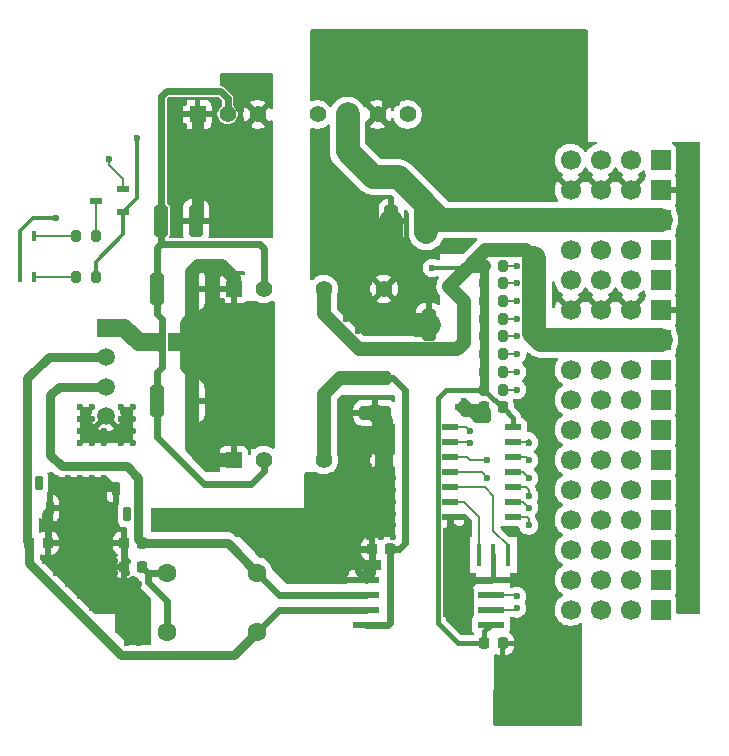
<source format=gtl>
%TF.GenerationSoftware,KiCad,Pcbnew,9.0.4*%
%TF.CreationDate,2025-09-15T13:43:50+09:00*%
%TF.ProjectId,CAN_Isolation_mini,43414e5f-4973-46f6-9c61-74696f6e5f6d,Ver.1.0*%
%TF.SameCoordinates,Original*%
%TF.FileFunction,Copper,L1,Top*%
%TF.FilePolarity,Positive*%
%FSLAX46Y46*%
G04 Gerber Fmt 4.6, Leading zero omitted, Abs format (unit mm)*
G04 Created by KiCad (PCBNEW 9.0.4) date 2025-09-15 13:43:50*
%MOMM*%
%LPD*%
G01*
G04 APERTURE LIST*
G04 Aperture macros list*
%AMRoundRect*
0 Rectangle with rounded corners*
0 $1 Rounding radius*
0 $2 $3 $4 $5 $6 $7 $8 $9 X,Y pos of 4 corners*
0 Add a 4 corners polygon primitive as box body*
4,1,4,$2,$3,$4,$5,$6,$7,$8,$9,$2,$3,0*
0 Add four circle primitives for the rounded corners*
1,1,$1+$1,$2,$3*
1,1,$1+$1,$4,$5*
1,1,$1+$1,$6,$7*
1,1,$1+$1,$8,$9*
0 Add four rect primitives between the rounded corners*
20,1,$1+$1,$2,$3,$4,$5,0*
20,1,$1+$1,$4,$5,$6,$7,0*
20,1,$1+$1,$6,$7,$8,$9,0*
20,1,$1+$1,$8,$9,$2,$3,0*%
G04 Aperture macros list end*
%TA.AperFunction,SMDPad,CuDef*%
%ADD10RoundRect,0.225000X-0.225000X-0.250000X0.225000X-0.250000X0.225000X0.250000X-0.225000X0.250000X0*%
%TD*%
%TA.AperFunction,SMDPad,CuDef*%
%ADD11RoundRect,0.200000X-0.200000X-0.275000X0.200000X-0.275000X0.200000X0.275000X-0.200000X0.275000X0*%
%TD*%
%TA.AperFunction,SMDPad,CuDef*%
%ADD12R,2.253927X0.622132*%
%TD*%
%TA.AperFunction,ComponentPad*%
%ADD13R,1.700000X1.700000*%
%TD*%
%TA.AperFunction,ComponentPad*%
%ADD14C,1.700000*%
%TD*%
%TA.AperFunction,ComponentPad*%
%ADD15R,1.508000X1.508000*%
%TD*%
%TA.AperFunction,ComponentPad*%
%ADD16C,1.508000*%
%TD*%
%TA.AperFunction,SMDPad,CuDef*%
%ADD17R,0.690000X0.320000*%
%TD*%
%TA.AperFunction,SMDPad,CuDef*%
%ADD18R,1.000000X1.600000*%
%TD*%
%TA.AperFunction,SMDPad,CuDef*%
%ADD19RoundRect,0.250000X-0.325000X-1.100000X0.325000X-1.100000X0.325000X1.100000X-0.325000X1.100000X0*%
%TD*%
%TA.AperFunction,ComponentPad*%
%ADD20C,1.600000*%
%TD*%
%TA.AperFunction,SMDPad,CuDef*%
%ADD21R,1.016000X0.558800*%
%TD*%
%TA.AperFunction,SMDPad,CuDef*%
%ADD22RoundRect,0.075000X0.225000X-0.540000X0.225000X0.540000X-0.225000X0.540000X-0.225000X-0.540000X0*%
%TD*%
%TA.AperFunction,SMDPad,CuDef*%
%ADD23R,0.393700X0.812800*%
%TD*%
%TA.AperFunction,ComponentPad*%
%ADD24R,1.397000X1.397000*%
%TD*%
%TA.AperFunction,ComponentPad*%
%ADD25C,1.397000*%
%TD*%
%TA.AperFunction,SMDPad,CuDef*%
%ADD26R,1.397000X0.558800*%
%TD*%
%TA.AperFunction,SMDPad,CuDef*%
%ADD27RoundRect,0.225000X0.225000X0.250000X-0.225000X0.250000X-0.225000X-0.250000X0.225000X-0.250000X0*%
%TD*%
%TA.AperFunction,SMDPad,CuDef*%
%ADD28RoundRect,0.250000X0.325000X1.100000X-0.325000X1.100000X-0.325000X-1.100000X0.325000X-1.100000X0*%
%TD*%
%TA.AperFunction,SMDPad,CuDef*%
%ADD29R,0.400000X1.900000*%
%TD*%
%TA.AperFunction,SMDPad,CuDef*%
%ADD30RoundRect,0.250000X-1.100000X0.325000X-1.100000X-0.325000X1.100000X-0.325000X1.100000X0.325000X0*%
%TD*%
%TA.AperFunction,SMDPad,CuDef*%
%ADD31RoundRect,0.075000X-0.225000X0.540000X-0.225000X-0.540000X0.225000X-0.540000X0.225000X0.540000X0*%
%TD*%
%TA.AperFunction,ViaPad*%
%ADD32C,0.600000*%
%TD*%
%TA.AperFunction,Conductor*%
%ADD33C,1.200000*%
%TD*%
%TA.AperFunction,Conductor*%
%ADD34C,2.000000*%
%TD*%
%TA.AperFunction,Conductor*%
%ADD35C,0.600000*%
%TD*%
%TA.AperFunction,Conductor*%
%ADD36C,1.500000*%
%TD*%
%TA.AperFunction,Conductor*%
%ADD37C,0.400000*%
%TD*%
%TA.AperFunction,Conductor*%
%ADD38C,1.100000*%
%TD*%
%TA.AperFunction,Conductor*%
%ADD39C,1.000000*%
%TD*%
%TA.AperFunction,Conductor*%
%ADD40C,0.800000*%
%TD*%
%TA.AperFunction,Conductor*%
%ADD41C,0.200000*%
%TD*%
%TA.AperFunction,Conductor*%
%ADD42C,0.300000*%
%TD*%
G04 APERTURE END LIST*
D10*
%TO.P,C7,1*%
%TO.N,GND_VP*%
X129882095Y-100294905D03*
%TO.P,C7,2*%
%TO.N,+3.3VP*%
X131432095Y-100294905D03*
%TD*%
D11*
%TO.P,R9,1*%
%TO.N,Net-(LED1-Pad1)*%
X95332095Y-89294905D03*
%TO.P,R9,2*%
%TO.N,GND_VP*%
X96982095Y-89294905D03*
%TD*%
D12*
%TO.P,U2,1,VCC1*%
%TO.N,+3.3VP*%
X130457618Y-118699905D03*
%TO.P,U2,2,TXD*%
%TO.N,Net-(U1-TXCAN)*%
X130457618Y-117429905D03*
%TO.P,U2,3,RXD*%
%TO.N,Net-(U1-RXCAN)*%
X130457618Y-116159905D03*
%TO.P,U2,4,GND1*%
%TO.N,GND_VP*%
X130457618Y-114889905D03*
%TO.P,U2,5,GND2*%
%TO.N,GND_5VCAN*%
X119856572Y-114889905D03*
%TO.P,U2,6,CANL*%
%TO.N,CAN_L*%
X119856572Y-116159905D03*
%TO.P,U2,7,CANH*%
%TO.N,CAN_H*%
X119856572Y-117429905D03*
%TO.P,U2,8,VCC2*%
%TO.N,+5VCAN*%
X119856572Y-118699905D03*
%TD*%
D13*
%TO.P,J6,1,Pin_1*%
%TO.N,unconnected-(J6-Pin_1-Pad1)*%
X144810000Y-89500000D03*
D14*
%TO.P,J6,2,Pin_2*%
%TO.N,unconnected-(J6-Pin_2-Pad2)*%
X142270000Y-89500000D03*
%TO.P,J6,3,Pin_3*%
%TO.N,unconnected-(J6-Pin_3-Pad3)*%
X139730000Y-89500000D03*
%TO.P,J6,4,Pin_4*%
%TO.N,unconnected-(J6-Pin_4-Pad4)*%
X137190000Y-89500000D03*
%TD*%
D13*
%TO.P,J3,1,Pin_1*%
%TO.N,GND_VP*%
X144810000Y-81880000D03*
D14*
%TO.P,J3,2,Pin_2*%
X142270000Y-81880000D03*
%TO.P,J3,3,Pin_3*%
X139730000Y-81880000D03*
%TO.P,J3,4,Pin_4*%
X137190000Y-81880000D03*
%TD*%
D15*
%TO.P,J1,1,1*%
%TO.N,BAT_12V*%
X97857095Y-93544905D03*
D16*
%TO.P,J1,2,2*%
%TO.N,CAN_H*%
X97857095Y-96044905D03*
%TO.P,J1,3,3*%
%TO.N,CAN_L*%
X97857095Y-98544905D03*
%TO.P,J1,4,4*%
%TO.N,BAT_GND*%
X97857095Y-101044905D03*
%TD*%
D10*
%TO.P,C10,1*%
%TO.N,CAN_H*%
X91382095Y-111794905D03*
%TO.P,C10,2*%
%TO.N,GND_5VCAN*%
X92932095Y-111794905D03*
%TD*%
D13*
%TO.P,J8,1,Pin_1*%
%TO.N,+3.3VP*%
X144810000Y-94580000D03*
D14*
%TO.P,J8,2,Pin_2*%
X142270000Y-94580000D03*
%TO.P,J8,3,Pin_3*%
X139730000Y-94580000D03*
%TO.P,J8,4,Pin_4*%
X137190000Y-94580000D03*
%TD*%
D13*
%TO.P,J11,1,Pin_1*%
%TO.N,CAN_LED*%
X144810000Y-102200000D03*
D14*
%TO.P,J11,2,Pin_2*%
X142270000Y-102200000D03*
%TO.P,J11,3,Pin_3*%
X139730000Y-102200000D03*
%TO.P,J11,4,Pin_4*%
X137190000Y-102200000D03*
%TD*%
D13*
%TO.P,J17,1,Pin_1*%
%TO.N,unconnected-(J17-Pin_1-Pad1)*%
X144810000Y-117440000D03*
D14*
%TO.P,J17,2,Pin_2*%
%TO.N,unconnected-(J17-Pin_2-Pad2)*%
X142270000Y-117440000D03*
%TO.P,J17,3,Pin_3*%
%TO.N,unconnected-(J17-Pin_3-Pad3)*%
X139730000Y-117440000D03*
%TO.P,J17,4,Pin_4*%
%TO.N,unconnected-(J17-Pin_4-Pad4)*%
X137190000Y-117440000D03*
%TD*%
D17*
%TO.P,U5,1,GND*%
%TO.N,BAT_GND*%
X104677095Y-95444905D03*
%TO.P,U5,2,GND*%
X104677095Y-94794905D03*
%TO.P,U5,3,GND*%
X104677095Y-94144905D03*
%TO.P,U5,4,IN*%
%TO.N,BAT_12V*%
X102637095Y-94144905D03*
%TO.P,U5,5,IN*%
X102637095Y-94794905D03*
%TO.P,U5,6,IN*%
X102637095Y-95444905D03*
D18*
%TO.P,U5,7,GND*%
%TO.N,BAT_GND*%
X103657095Y-94794905D03*
%TD*%
D13*
%TO.P,J15,1,Pin_1*%
%TO.N,CAN_SCK*%
X144810000Y-112360000D03*
D14*
%TO.P,J15,2,Pin_2*%
X142270000Y-112360000D03*
%TO.P,J15,3,Pin_3*%
X139730000Y-112360000D03*
%TO.P,J15,4,Pin_4*%
X137190000Y-112360000D03*
%TD*%
D13*
%TO.P,J13,1,Pin_1*%
%TO.N,CAN_SDO*%
X144810000Y-107280000D03*
D14*
%TO.P,J13,2,Pin_2*%
X142270000Y-107280000D03*
%TO.P,J13,3,Pin_3*%
X139730000Y-107280000D03*
%TO.P,J13,4,Pin_4*%
X137190000Y-107280000D03*
%TD*%
D19*
%TO.P,C2,1*%
%TO.N,BAT_12V*%
X102182095Y-99794905D03*
%TO.P,C2,2*%
%TO.N,BAT_GND*%
X105132095Y-99794905D03*
%TD*%
D20*
%TO.P,R12,1*%
%TO.N,Net-(C12-Pad1)*%
X103037095Y-114294905D03*
%TO.P,R12,2*%
%TO.N,CAN_L*%
X110657095Y-114294905D03*
%TD*%
D10*
%TO.P,C5,1*%
%TO.N,+3.3VP*%
X129882095Y-120294905D03*
%TO.P,C5,2*%
%TO.N,GND_VP*%
X131432095Y-120294905D03*
%TD*%
D21*
%TO.P,U6,1*%
%TO.N,GND_VP*%
X99300095Y-83744906D03*
%TO.P,U6,2*%
%TO.N,CAN_LED*%
X99300095Y-81844904D03*
%TO.P,U6,3*%
%TO.N,Net-(R10-Pad2)*%
X97014095Y-82794905D03*
%TD*%
D13*
%TO.P,J16,1,Pin_1*%
%TO.N,unconnected-(J16-Pin_1-Pad1)*%
X144810000Y-114900000D03*
D14*
%TO.P,J16,2,Pin_2*%
%TO.N,unconnected-(J16-Pin_2-Pad2)*%
X142270000Y-114900000D03*
%TO.P,J16,3,Pin_3*%
%TO.N,unconnected-(J16-Pin_3-Pad3)*%
X139730000Y-114900000D03*
%TO.P,J16,4,Pin_4*%
%TO.N,unconnected-(J16-Pin_4-Pad4)*%
X137190000Y-114900000D03*
%TD*%
D13*
%TO.P,J7,1,Pin_1*%
%TO.N,GND_VP*%
X144810000Y-92040000D03*
D14*
%TO.P,J7,2,Pin_2*%
X142270000Y-92040000D03*
%TO.P,J7,3,Pin_3*%
X139730000Y-92040000D03*
%TO.P,J7,4,Pin_4*%
X137190000Y-92040000D03*
%TD*%
D10*
%TO.P,C11,1*%
%TO.N,GND_5VCAN*%
X99382095Y-111794905D03*
%TO.P,C11,2*%
%TO.N,CAN_L*%
X100932095Y-111794905D03*
%TD*%
D22*
%TO.P,D1,1*%
%TO.N,CAN_H*%
X91207095Y-108854905D03*
%TO.P,D1,2*%
%TO.N,GND_5VCAN*%
X93107095Y-108854905D03*
%TO.P,D1,3*%
%TO.N,unconnected-(D1-Pad3)*%
X92157095Y-106734905D03*
%TD*%
D23*
%TO.P,LED2,1*%
%TO.N,Net-(LED2-Pad1)*%
X91760345Y-85794905D03*
%TO.P,LED2,2*%
%TO.N,+3.3VP*%
X90553845Y-85794905D03*
%TD*%
D13*
%TO.P,J10,1,Pin_1*%
%TO.N,unconnected-(J10-Pin_1-Pad1)*%
X144810000Y-99660000D03*
D14*
%TO.P,J10,2,Pin_2*%
%TO.N,unconnected-(J10-Pin_2-Pad2)*%
X142270000Y-99660000D03*
%TO.P,J10,3,Pin_3*%
%TO.N,unconnected-(J10-Pin_3-Pad3)*%
X139730000Y-99660000D03*
%TO.P,J10,4,Pin_4*%
%TO.N,unconnected-(J10-Pin_4-Pad4)*%
X137190000Y-99660000D03*
%TD*%
D19*
%TO.P,C8,1*%
%TO.N,BAT_12V*%
X102525000Y-84500000D03*
%TO.P,C8,2*%
%TO.N,BAT_GND*%
X105475000Y-84500000D03*
%TD*%
D24*
%TO.P,U3,1,-VIN*%
%TO.N,BAT_GND*%
X108680095Y-90270905D03*
D25*
%TO.P,U3,2,+VIN*%
%TO.N,BAT_12V*%
X111220095Y-90270905D03*
%TO.P,U3,3,+VOUT*%
%TO.N,+3.3VP*%
X116300095Y-90270905D03*
%TO.P,U3,4,-VOUT*%
%TO.N,GND_VP*%
X121380095Y-90270905D03*
%TD*%
D24*
%TO.P,U4,1,-VIN*%
%TO.N,BAT_GND*%
X108680095Y-104770905D03*
D25*
%TO.P,U4,2,+VIN*%
%TO.N,BAT_12V*%
X111220095Y-104770905D03*
%TO.P,U4,3,+VOUT*%
%TO.N,+5VCAN*%
X116300095Y-104770905D03*
%TO.P,U4,4,-VOUT*%
%TO.N,GND_5VCAN*%
X121380095Y-104770905D03*
%TD*%
D13*
%TO.P,J9,1,Pin_1*%
%TO.N,unconnected-(J9-Pin_1-Pad1)*%
X144810000Y-97120000D03*
D14*
%TO.P,J9,2,Pin_2*%
%TO.N,unconnected-(J9-Pin_2-Pad2)*%
X142270000Y-97120000D03*
%TO.P,J9,3,Pin_3*%
%TO.N,unconnected-(J9-Pin_3-Pad3)*%
X139730000Y-97120000D03*
%TO.P,J9,4,Pin_4*%
%TO.N,unconnected-(J9-Pin_4-Pad4)*%
X137190000Y-97120000D03*
%TD*%
D11*
%TO.P,R5,1*%
%TO.N,+3.3VP*%
X129832095Y-92794905D03*
%TO.P,R5,2*%
%TO.N,CAN_GPIO0*%
X131482095Y-92794905D03*
%TD*%
%TO.P,R3,1*%
%TO.N,+3.3VP*%
X129832095Y-95794905D03*
%TO.P,R3,2*%
%TO.N,CAN_SDI*%
X131482095Y-95794905D03*
%TD*%
D26*
%TO.P,U1,1,TXCAN*%
%TO.N,Net-(U1-TXCAN)*%
X127002795Y-101984905D03*
%TO.P,U1,2,RXCAN*%
%TO.N,Net-(U1-RXCAN)*%
X127002795Y-103254905D03*
%TO.P,U1,3,CLKO/SOF*%
%TO.N,CAN_CLK*%
X127002795Y-104524905D03*
%TO.P,U1,4,\u002AINT*%
%TO.N,CAN_INT*%
X127002795Y-105794905D03*
%TO.P,U1,5,OSC2*%
%TO.N,Net-(U1-OSC2)*%
X127002795Y-107064905D03*
%TO.P,U1,6,OSC1*%
%TO.N,Net-(U1-OSC1)*%
X127002795Y-108334905D03*
%TO.P,U1,7,VSS*%
%TO.N,GND_VP*%
X127002795Y-109604905D03*
%TO.P,U1,8,\u002AINT1/GPIO1*%
%TO.N,CAN_GPIO1*%
X132311395Y-109604905D03*
%TO.P,U1,9,\u002AINT0/GPIO0/XSTBY*%
%TO.N,CAN_GPIO0*%
X132311395Y-108334905D03*
%TO.P,U1,10,SCK*%
%TO.N,CAN_SCK*%
X132311395Y-107064905D03*
%TO.P,U1,11,SDI*%
%TO.N,CAN_SDI*%
X132311395Y-105794905D03*
%TO.P,U1,12,SDO*%
%TO.N,CAN_SDO*%
X132311395Y-104524905D03*
%TO.P,U1,13,NCS*%
%TO.N,CAN_CS*%
X132311395Y-103254905D03*
%TO.P,U1,14,VDD*%
%TO.N,+3.3VP*%
X132311395Y-101984905D03*
%TD*%
D23*
%TO.P,LED1,1*%
%TO.N,Net-(LED1-Pad1)*%
X91760345Y-89294905D03*
%TO.P,LED1,2*%
%TO.N,+3.3VP*%
X90553845Y-89294905D03*
%TD*%
D24*
%TO.P,U7,1,-VIN*%
%TO.N,BAT_GND*%
X105610000Y-75500000D03*
D25*
%TO.P,U7,2,+VIN*%
%TO.N,BAT_12V*%
X108150000Y-75500000D03*
%TO.P,U7,3,RC*%
%TO.N,BAT_GND*%
X110690000Y-75500000D03*
%TO.P,U7,5,NC*%
%TO.N,unconnected-(U7-NC-Pad5)*%
X115770000Y-75500000D03*
%TO.P,U7,6,+VOUT*%
%TO.N,+5VP*%
X118310000Y-75500000D03*
%TO.P,U7,7,-VOUT*%
%TO.N,GND_VP*%
X120850000Y-75500000D03*
%TO.P,U7,8,NC*%
%TO.N,unconnected-(U7-NC-Pad8)*%
X123390000Y-75500000D03*
%TD*%
D11*
%TO.P,R2,1*%
%TO.N,+3.3VP*%
X129832095Y-97294905D03*
%TO.P,R2,2*%
%TO.N,CAN_SDO*%
X131482095Y-97294905D03*
%TD*%
D19*
%TO.P,C1,1*%
%TO.N,BAT_12V*%
X102182095Y-90294905D03*
%TO.P,C1,2*%
%TO.N,BAT_GND*%
X105132095Y-90294905D03*
%TD*%
D27*
%TO.P,C6,1*%
%TO.N,+5VCAN*%
X121932095Y-112294905D03*
%TO.P,C6,2*%
%TO.N,GND_5VCAN*%
X120382095Y-112294905D03*
%TD*%
%TO.P,C12,1*%
%TO.N,Net-(C12-Pad1)*%
X100932095Y-113794905D03*
%TO.P,C12,2*%
%TO.N,GND_5VCAN*%
X99382095Y-113794905D03*
%TD*%
D20*
%TO.P,R11,1*%
%TO.N,CAN_H*%
X110657095Y-119294905D03*
%TO.P,R11,2*%
%TO.N,Net-(C12-Pad1)*%
X103037095Y-119294905D03*
%TD*%
D28*
%TO.P,C3,1*%
%TO.N,+3.3VP*%
X128132095Y-93294905D03*
%TO.P,C3,2*%
%TO.N,GND_VP*%
X125182095Y-93294905D03*
%TD*%
D13*
%TO.P,J2,1,Pin_1*%
%TO.N,unconnected-(J2-Pin_1-Pad1)*%
X144810000Y-79340000D03*
D14*
%TO.P,J2,2,Pin_2*%
%TO.N,unconnected-(J2-Pin_2-Pad2)*%
X142270000Y-79340000D03*
%TO.P,J2,3,Pin_3*%
%TO.N,unconnected-(J2-Pin_3-Pad3)*%
X139730000Y-79340000D03*
%TO.P,J2,4,Pin_4*%
%TO.N,unconnected-(J2-Pin_4-Pad4)*%
X137190000Y-79340000D03*
%TD*%
D13*
%TO.P,J5,1,Pin_1*%
%TO.N,unconnected-(J5-Pin_1-Pad1)*%
X144810000Y-86960000D03*
D14*
%TO.P,J5,2,Pin_2*%
%TO.N,unconnected-(J5-Pin_2-Pad2)*%
X142270000Y-86960000D03*
%TO.P,J5,3,Pin_3*%
%TO.N,unconnected-(J5-Pin_3-Pad3)*%
X139730000Y-86960000D03*
%TO.P,J5,4,Pin_4*%
%TO.N,unconnected-(J5-Pin_4-Pad4)*%
X137190000Y-86960000D03*
%TD*%
D29*
%TO.P,Y1,1*%
%TO.N,Net-(U1-OSC2)*%
X131857095Y-112794905D03*
%TO.P,Y1,2*%
%TO.N,GND_VP*%
X130657095Y-112794905D03*
%TO.P,Y1,3*%
%TO.N,Net-(U1-OSC1)*%
X129457095Y-112794905D03*
%TD*%
D30*
%TO.P,C4,1*%
%TO.N,+5VCAN*%
X120657095Y-97819905D03*
%TO.P,C4,2*%
%TO.N,GND_5VCAN*%
X120657095Y-100769905D03*
%TD*%
D28*
%TO.P,C9,1*%
%TO.N,+5VP*%
X124975000Y-84500000D03*
%TO.P,C9,2*%
%TO.N,GND_VP*%
X122025000Y-84500000D03*
%TD*%
D31*
%TO.P,D2,1*%
%TO.N,CAN_L*%
X100607095Y-107234905D03*
%TO.P,D2,2*%
%TO.N,GND_5VCAN*%
X98707095Y-107234905D03*
%TO.P,D2,3*%
%TO.N,unconnected-(D2-Pad3)*%
X99657095Y-109354905D03*
%TD*%
D13*
%TO.P,J14,1,Pin_1*%
%TO.N,CAN_SDI*%
X144810000Y-109820000D03*
D14*
%TO.P,J14,2,Pin_2*%
X142270000Y-109820000D03*
%TO.P,J14,3,Pin_3*%
X139730000Y-109820000D03*
%TO.P,J14,4,Pin_4*%
X137190000Y-109820000D03*
%TD*%
D13*
%TO.P,J4,1,Pin_1*%
%TO.N,+5VP*%
X144810000Y-84420000D03*
D14*
%TO.P,J4,2,Pin_2*%
X142270000Y-84420000D03*
%TO.P,J4,3,Pin_3*%
X139730000Y-84420000D03*
%TO.P,J4,4,Pin_4*%
X137190000Y-84420000D03*
%TD*%
D13*
%TO.P,J12,1,Pin_1*%
%TO.N,CAN_CS*%
X144810000Y-104740000D03*
D14*
%TO.P,J12,2,Pin_2*%
X142270000Y-104740000D03*
%TO.P,J12,3,Pin_3*%
X139730000Y-104740000D03*
%TO.P,J12,4,Pin_4*%
X137190000Y-104740000D03*
%TD*%
D11*
%TO.P,R10,1*%
%TO.N,Net-(LED2-Pad1)*%
X95332095Y-85794905D03*
%TO.P,R10,2*%
%TO.N,Net-(R10-Pad2)*%
X96982095Y-85794905D03*
%TD*%
%TO.P,R6,1*%
%TO.N,+3.3VP*%
X129832095Y-91294905D03*
%TO.P,R6,2*%
%TO.N,CAN_GPIO1*%
X131482095Y-91294905D03*
%TD*%
%TO.P,R1,1*%
%TO.N,+3.3VP*%
X129832095Y-98794905D03*
%TO.P,R1,2*%
%TO.N,CAN_CS*%
X131482095Y-98794905D03*
%TD*%
%TO.P,R7,1*%
%TO.N,+3.3VP*%
X129832095Y-88294905D03*
%TO.P,R7,2*%
%TO.N,CAN_CLK*%
X131482095Y-88294905D03*
%TD*%
%TO.P,R8,1*%
%TO.N,+3.3VP*%
X129832095Y-89794905D03*
%TO.P,R8,2*%
%TO.N,CAN_INT*%
X131482095Y-89794905D03*
%TD*%
%TO.P,R4,1*%
%TO.N,+3.3VP*%
X129832095Y-94294905D03*
%TO.P,R4,2*%
%TO.N,CAN_SCK*%
X131482095Y-94294905D03*
%TD*%
D32*
%TO.N,BAT_GND*%
X110657095Y-94270905D03*
X109657095Y-99294905D03*
X107657095Y-92294905D03*
X111657095Y-94294905D03*
X106657095Y-98294905D03*
X108000000Y-84500000D03*
X99157095Y-101294905D03*
X108657095Y-95294905D03*
X110000000Y-76500000D03*
X107657095Y-90294905D03*
X106657095Y-95294905D03*
X106657095Y-94294905D03*
X107000000Y-80500000D03*
X111000000Y-83500000D03*
X109657095Y-95294905D03*
X107657095Y-97294905D03*
X108657095Y-100294905D03*
X111000000Y-80500000D03*
X103500000Y-79500000D03*
X103500000Y-77500000D03*
X99157095Y-102294905D03*
X108657095Y-92294905D03*
X95657095Y-100294905D03*
X109657095Y-102294905D03*
X108657095Y-93294905D03*
X107657095Y-103294905D03*
X100157095Y-100294905D03*
X106657095Y-90294905D03*
X109657095Y-101294905D03*
X107657095Y-93294905D03*
X96657095Y-103294905D03*
X97657095Y-102294905D03*
X106657095Y-97294905D03*
X110000000Y-84500000D03*
X108657095Y-102294905D03*
X107000000Y-79500000D03*
X108657095Y-103294905D03*
X107000000Y-84500000D03*
X103500000Y-80500000D03*
X110657095Y-97294905D03*
X109000000Y-84500000D03*
X110657095Y-93294905D03*
X108000000Y-79500000D03*
X95657095Y-103294905D03*
X107000000Y-85500000D03*
X108000000Y-85500000D03*
X110000000Y-85500000D03*
X108657095Y-96294905D03*
X104000000Y-84500000D03*
X111657095Y-99294905D03*
X95657095Y-101294905D03*
X109000000Y-78500000D03*
X110657095Y-100294905D03*
X96657095Y-102294905D03*
X108000000Y-78500000D03*
X104500000Y-80500000D03*
X111657095Y-100294905D03*
X110000000Y-81500000D03*
X109657095Y-100294905D03*
X110000000Y-78500000D03*
X111657095Y-93294905D03*
X107657095Y-99294905D03*
X108657095Y-98294905D03*
X104500000Y-77500000D03*
X108657095Y-97294905D03*
X110000000Y-77500000D03*
X109657095Y-98294905D03*
X110657095Y-95294905D03*
X107657095Y-95294905D03*
X109000000Y-85500000D03*
X108000000Y-82500000D03*
X111000000Y-85500000D03*
X111000000Y-84500000D03*
X103500000Y-78500000D03*
X99157095Y-100294905D03*
X110000000Y-83500000D03*
X104500000Y-75500000D03*
X107000000Y-74500000D03*
X106657095Y-100294905D03*
X111657095Y-95294905D03*
X109000000Y-83500000D03*
X96657095Y-100294905D03*
X104000000Y-85500000D03*
X103500000Y-74500000D03*
X108657095Y-94294905D03*
X111657095Y-102294905D03*
X108657095Y-101294905D03*
X109000000Y-77500000D03*
X107657095Y-100294905D03*
X106657095Y-92294905D03*
X109657095Y-93294905D03*
X109657095Y-92294905D03*
X100157095Y-101294905D03*
X109657095Y-103294905D03*
X107657095Y-101294905D03*
X111657095Y-92294905D03*
X104000000Y-83500000D03*
X111000000Y-82500000D03*
X107657095Y-102294905D03*
X107000000Y-78500000D03*
X109000000Y-80500000D03*
X103500000Y-75500000D03*
X109657095Y-97294905D03*
X109000000Y-81500000D03*
X104500000Y-79500000D03*
X110657095Y-101294905D03*
X109000000Y-76500000D03*
X110657095Y-99294905D03*
X110000000Y-80500000D03*
X104500000Y-81500000D03*
X96657095Y-101294905D03*
X104500000Y-76500000D03*
X107000000Y-77500000D03*
X104500000Y-78500000D03*
X110657095Y-92294905D03*
X111000000Y-79500000D03*
X99157095Y-103294905D03*
X110657095Y-96294905D03*
X107657095Y-98294905D03*
X109657095Y-94294905D03*
X110000000Y-79500000D03*
X95657095Y-102294905D03*
X111657095Y-103294905D03*
X111000000Y-77500000D03*
X106657095Y-102294905D03*
X110657095Y-102294905D03*
X109000000Y-79500000D03*
X111657095Y-98294905D03*
X110657095Y-98294905D03*
X106657095Y-99294905D03*
X107657095Y-94294905D03*
X108000000Y-81500000D03*
X107000000Y-82500000D03*
X104500000Y-82500000D03*
X111657095Y-101294905D03*
X104500000Y-74500000D03*
X107000000Y-83500000D03*
X108657095Y-99294905D03*
X111657095Y-97294905D03*
X106657095Y-101294905D03*
X108000000Y-77500000D03*
X106657095Y-103294905D03*
X109657095Y-96294905D03*
X110000000Y-82500000D03*
X100157095Y-103294905D03*
X111000000Y-81500000D03*
X107657095Y-91294905D03*
X110657095Y-103294905D03*
X106657095Y-96294905D03*
X97657095Y-103294905D03*
X103500000Y-81500000D03*
X111657095Y-96294905D03*
X108000000Y-80500000D03*
X106657095Y-93294905D03*
X103500000Y-76500000D03*
X111000000Y-78500000D03*
X108000000Y-83500000D03*
X107000000Y-76500000D03*
X107657095Y-96294905D03*
X100157095Y-102294905D03*
X107000000Y-81500000D03*
X106657095Y-91294905D03*
X109000000Y-82500000D03*
%TO.N,GND_5VCAN*%
X120157095Y-107294905D03*
X113157095Y-114294905D03*
X111157095Y-109294905D03*
X118157095Y-114294905D03*
X97657095Y-114294905D03*
X115157095Y-109294905D03*
X96657095Y-109294905D03*
X107157095Y-110294905D03*
X116157095Y-108294905D03*
X95657095Y-111294905D03*
X122157095Y-106294905D03*
X97657095Y-113294905D03*
X122157095Y-111294905D03*
X97657095Y-117294905D03*
X120157095Y-109294905D03*
X93657095Y-113294905D03*
X95657095Y-112294905D03*
X97657095Y-108294905D03*
X121157095Y-106294905D03*
X117157095Y-109294905D03*
X108157095Y-109294905D03*
X118157095Y-111294905D03*
X94657095Y-110294905D03*
X122157095Y-107294905D03*
X118157095Y-112294905D03*
X108157095Y-110294905D03*
X118157095Y-102294905D03*
X120157095Y-102294905D03*
X97657095Y-109294905D03*
X106157095Y-109294905D03*
X113157095Y-112294905D03*
X122157095Y-110294905D03*
X95657095Y-114294905D03*
X113157095Y-109294905D03*
X96657095Y-110294905D03*
X97657095Y-106294905D03*
X96657095Y-115294905D03*
X96657095Y-113294905D03*
X103157095Y-109294905D03*
X119157095Y-113294905D03*
X119157095Y-102294905D03*
X96657095Y-117294905D03*
X117157095Y-114294905D03*
X102157095Y-109294905D03*
X114157095Y-109294905D03*
X99657095Y-116294905D03*
X94657095Y-114294905D03*
X100657095Y-115294905D03*
X114157095Y-114294905D03*
X100657095Y-117294905D03*
X93657095Y-110294905D03*
X115157095Y-112294905D03*
X94657095Y-109294905D03*
X121157095Y-108294905D03*
X114157095Y-111294905D03*
X95657095Y-113294905D03*
X98657095Y-117294905D03*
X120157095Y-106294905D03*
X119157095Y-108294905D03*
X114157095Y-110294905D03*
X99657095Y-115294905D03*
X112157095Y-110294905D03*
X111157095Y-112294905D03*
X96657095Y-111294905D03*
X99657095Y-113294905D03*
X109157095Y-109294905D03*
X121157095Y-109294905D03*
X100657095Y-119294905D03*
X96657095Y-114294905D03*
X120157095Y-105294905D03*
X96657095Y-107294905D03*
X115157095Y-107294905D03*
X121157095Y-111294905D03*
X117157095Y-111294905D03*
X96657095Y-116294905D03*
X94657095Y-108294905D03*
X111157095Y-111294905D03*
X117157095Y-113294905D03*
X116157095Y-111294905D03*
X95657095Y-115294905D03*
X112157095Y-112294905D03*
X115157095Y-106294905D03*
X100657095Y-120294905D03*
X97657095Y-111294905D03*
X97657095Y-110294905D03*
X105157095Y-109294905D03*
X114157095Y-113294905D03*
X114157095Y-112294905D03*
X94657095Y-113294905D03*
X122157095Y-109294905D03*
X99657095Y-114294905D03*
X93657095Y-106294905D03*
X121157095Y-110294905D03*
X120157095Y-108294905D03*
X120157095Y-110294905D03*
X118157095Y-103294905D03*
X112157095Y-109294905D03*
X119157095Y-104294905D03*
X95657095Y-109294905D03*
X118157095Y-107294905D03*
X93657095Y-107294905D03*
X104157095Y-109294905D03*
X122157095Y-108294905D03*
X113157095Y-111294905D03*
X118157095Y-104294905D03*
X113157095Y-110294905D03*
X117157095Y-108294905D03*
X105157095Y-110294905D03*
X100657095Y-118294905D03*
X119157095Y-110294905D03*
X119157095Y-109294905D03*
X102157095Y-110294905D03*
X95657095Y-106294905D03*
X120157095Y-104294905D03*
X97657095Y-112294905D03*
X117157095Y-107294905D03*
X98657095Y-109294905D03*
X95657095Y-107294905D03*
X98657095Y-110294905D03*
X94657095Y-106294905D03*
X99657095Y-118294905D03*
X115157095Y-114294905D03*
X100657095Y-116294905D03*
X103157095Y-110294905D03*
X94657095Y-112294905D03*
X116157095Y-113294905D03*
X92657095Y-110294905D03*
X99657095Y-119294905D03*
X96657095Y-112294905D03*
X118157095Y-113294905D03*
X116157095Y-109294905D03*
X116157095Y-110294905D03*
X119157095Y-106294905D03*
X121157095Y-107294905D03*
X107157095Y-109294905D03*
X92657095Y-113294905D03*
X111157095Y-110294905D03*
X96657095Y-108294905D03*
X97657095Y-107294905D03*
X98657095Y-114294905D03*
X119157095Y-107294905D03*
X118157095Y-106294905D03*
X94657095Y-115294905D03*
X110157095Y-109294905D03*
X110157095Y-111294905D03*
X120157095Y-111294905D03*
X118157095Y-109294905D03*
X99657095Y-117294905D03*
X109157095Y-110294905D03*
X115157095Y-108294905D03*
X95657095Y-116294905D03*
X115157095Y-113294905D03*
X119157095Y-111294905D03*
X93657095Y-114294905D03*
X116157095Y-106294905D03*
X94657095Y-111294905D03*
X117157095Y-112294905D03*
X116157095Y-107294905D03*
X116157095Y-114294905D03*
X120157095Y-103294905D03*
X118157095Y-105294905D03*
X99657095Y-120294905D03*
X119157095Y-112294905D03*
X117157095Y-110294905D03*
X98657095Y-115294905D03*
X118157095Y-110294905D03*
X97657095Y-115294905D03*
X117157095Y-106294905D03*
X113157095Y-113294905D03*
X94657095Y-107294905D03*
X115157095Y-111294905D03*
X104157095Y-110294905D03*
X98657095Y-116294905D03*
X119157095Y-103294905D03*
X118157095Y-108294905D03*
X98657095Y-113294905D03*
X112157095Y-111294905D03*
X106157095Y-110294905D03*
X116157095Y-112294905D03*
X115157095Y-110294905D03*
X95657095Y-110294905D03*
X119157095Y-105294905D03*
X110157095Y-110294905D03*
X95657095Y-108294905D03*
X96657095Y-106294905D03*
X97657095Y-116294905D03*
%TO.N,CAN_CS*%
X133657095Y-103294905D03*
X132657095Y-98794905D03*
%TO.N,CAN_SDO*%
X133657095Y-104794905D03*
X132657095Y-97294905D03*
%TO.N,CAN_SDI*%
X133657095Y-106294905D03*
X132657095Y-95794905D03*
%TO.N,CAN_SCK*%
X132657095Y-94294905D03*
X133657095Y-107794905D03*
%TO.N,CAN_GPIO0*%
X132657095Y-92794905D03*
X133657095Y-108794905D03*
%TO.N,CAN_GPIO1*%
X133657095Y-110294905D03*
X132657095Y-91294905D03*
%TO.N,CAN_CLK*%
X130157095Y-104794905D03*
X132657095Y-88294905D03*
%TO.N,CAN_INT*%
X132657095Y-89794905D03*
X130157095Y-106294905D03*
%TO.N,Net-(U1-RXCAN)*%
X128657095Y-103294905D03*
X132657095Y-116294905D03*
%TO.N,Net-(U1-TXCAN)*%
X128657095Y-102294905D03*
X132657095Y-117294905D03*
%TO.N,CAN_LED*%
X98157095Y-79294905D03*
%TO.N,GND_VP*%
X122157095Y-92794905D03*
X125500000Y-79000000D03*
X119157095Y-93794905D03*
X121157095Y-87794905D03*
X133000000Y-77000000D03*
X123157095Y-93794905D03*
X127657095Y-115794905D03*
X122157095Y-88794905D03*
X125500000Y-75500000D03*
X118157095Y-91794905D03*
X126657095Y-116794905D03*
X120157095Y-92794905D03*
X130157095Y-101294905D03*
X134000000Y-120000000D03*
X128657095Y-115794905D03*
X128657095Y-100294905D03*
X122500000Y-79000000D03*
X120500000Y-73500000D03*
X122157095Y-93794905D03*
X121157095Y-91794905D03*
X128157095Y-100794905D03*
X124500000Y-78000000D03*
X121500000Y-79000000D03*
X123157095Y-89794905D03*
X127657095Y-114794905D03*
X126657095Y-115794905D03*
X121500000Y-73500000D03*
X124500000Y-80000000D03*
X125500000Y-74500000D03*
X128157095Y-99794905D03*
X127657095Y-112794905D03*
X120157095Y-87794905D03*
X126657095Y-110794905D03*
X127657095Y-100294905D03*
X100500000Y-77500000D03*
X134000000Y-121000000D03*
X123500000Y-73500000D03*
X120157095Y-88794905D03*
X119157095Y-89794905D03*
X123500000Y-77000000D03*
X122500000Y-74500000D03*
X120500000Y-78000000D03*
X123157095Y-88794905D03*
X127657095Y-116794905D03*
X119157095Y-90794905D03*
X124500000Y-79000000D03*
X127657095Y-110794905D03*
X120500000Y-77000000D03*
X119157095Y-92794905D03*
X118157095Y-88794905D03*
X122157095Y-87794905D03*
X125500000Y-73500000D03*
X121157095Y-93794905D03*
X118157095Y-89794905D03*
X127657095Y-111794905D03*
X125500000Y-80000000D03*
X133000000Y-121000000D03*
X132000000Y-122000000D03*
X122500000Y-77000000D03*
X127657095Y-113794905D03*
X137000000Y-77000000D03*
X118157095Y-92794905D03*
X124500000Y-74500000D03*
X122157095Y-91794905D03*
X122500000Y-73500000D03*
X133000000Y-120000000D03*
X119157095Y-91794905D03*
X121157095Y-88794905D03*
X134000000Y-122000000D03*
X131000000Y-77000000D03*
X123157095Y-92794905D03*
X121500000Y-77000000D03*
X121500000Y-78000000D03*
X126657095Y-112794905D03*
X118157095Y-90794905D03*
X134000000Y-77000000D03*
X133000000Y-122000000D03*
X126657095Y-113794905D03*
X130000000Y-77000000D03*
X124500000Y-77000000D03*
X123157095Y-91794905D03*
X121500000Y-74500000D03*
X120157095Y-90794905D03*
X127657095Y-117794905D03*
X120157095Y-91794905D03*
X121157095Y-92794905D03*
X126657095Y-111794905D03*
X118157095Y-87794905D03*
X136000000Y-77000000D03*
X128657095Y-117794905D03*
X132000000Y-77000000D03*
X120157095Y-93794905D03*
X119157095Y-88794905D03*
X129157095Y-101294905D03*
X135000000Y-77000000D03*
X124500000Y-73500000D03*
X123500000Y-79000000D03*
X123157095Y-87794905D03*
X126657095Y-117794905D03*
X125500000Y-78000000D03*
X119157095Y-87794905D03*
X128657095Y-116794905D03*
X125500000Y-77000000D03*
X126657095Y-114794905D03*
X123157095Y-90794905D03*
X120157095Y-89794905D03*
X123500000Y-78000000D03*
X122500000Y-78000000D03*
X138000000Y-77000000D03*
%TO.N,+3.3VP*%
X125500000Y-88500000D03*
X93657095Y-84294905D03*
%TD*%
D33*
%TO.N,+3.3VP*%
X129952000Y-87000000D02*
X128657095Y-88294905D01*
X133417608Y-87000000D02*
X129952000Y-87000000D01*
X134110495Y-87692887D02*
X133417608Y-87000000D01*
D34*
X142270000Y-94580000D02*
X144810000Y-94580000D01*
X139730000Y-94580000D02*
X142270000Y-94580000D01*
X137190000Y-94580000D02*
X139730000Y-94580000D01*
X134690495Y-94580000D02*
X137190000Y-94580000D01*
X134110495Y-94000000D02*
X134690495Y-94580000D01*
D33*
X129000000Y-88294905D02*
X129832095Y-88294905D01*
D35*
%TO.N,BAT_12V*%
X102525000Y-86427000D02*
X102525000Y-84500000D01*
X102182095Y-102819905D02*
X106157095Y-106794905D01*
X102525000Y-84500000D02*
X102525000Y-73975000D01*
X103000000Y-73500000D02*
X107500000Y-73500000D01*
D36*
X97857095Y-93544905D02*
X99407095Y-93544905D01*
D35*
X102637095Y-94144905D02*
X102637095Y-95444905D01*
X111220095Y-105731905D02*
X111220095Y-104770905D01*
X108150000Y-74150000D02*
X108150000Y-75500000D01*
X110157095Y-106794905D02*
X111220095Y-105731905D01*
X102182095Y-99794905D02*
X102182095Y-102819905D01*
X110862190Y-86500000D02*
X111220095Y-86857905D01*
X102637095Y-95444905D02*
X102637095Y-96864905D01*
X102182095Y-97319905D02*
X102182095Y-99794905D01*
D36*
X100657095Y-94794905D02*
X102206095Y-94794905D01*
D35*
X102182095Y-86769905D02*
X102525000Y-86427000D01*
X107500000Y-73500000D02*
X108150000Y-74150000D01*
X102452000Y-86500000D02*
X110862190Y-86500000D01*
D36*
X99407095Y-93544905D02*
X100657095Y-94794905D01*
D35*
X102182095Y-90294905D02*
X102182095Y-86769905D01*
X102182095Y-86769905D02*
X102452000Y-86500000D01*
X102637095Y-96864905D02*
X102182095Y-97319905D01*
X102525000Y-73975000D02*
X103000000Y-73500000D01*
X102637095Y-92814905D02*
X102182095Y-92359905D01*
X102637095Y-94144905D02*
X102637095Y-92814905D01*
X106157095Y-106794905D02*
X110157095Y-106794905D01*
X102182095Y-92359905D02*
X102182095Y-90294905D01*
X111220095Y-86857905D02*
X111220095Y-90270905D01*
D37*
%TO.N,BAT_GND*%
X104307095Y-94144905D02*
X103657095Y-94794905D01*
D33*
X105132095Y-97319905D02*
X104677095Y-96864905D01*
X104677095Y-94144905D02*
X104677095Y-95444905D01*
D37*
X104677095Y-94794905D02*
X103657095Y-94794905D01*
D38*
X104677095Y-94144905D02*
X104677095Y-94794905D01*
D33*
X105132095Y-103769905D02*
X106133095Y-104770905D01*
X105132095Y-88819905D02*
X105657095Y-88294905D01*
X104677095Y-93224905D02*
X104677095Y-94144905D01*
X107657095Y-88294905D02*
X108680095Y-89317905D01*
D38*
X104677095Y-94794905D02*
X104677095Y-95444905D01*
D33*
X105132095Y-99794905D02*
X105132095Y-103769905D01*
D37*
X97857095Y-101044905D02*
X97857095Y-101094905D01*
D33*
X105132095Y-97319905D02*
X105132095Y-99794905D01*
D37*
X104677095Y-95444905D02*
X104307095Y-95444905D01*
X104307095Y-95444905D02*
X103657095Y-94794905D01*
D33*
X108680095Y-89317905D02*
X108680095Y-90270905D01*
X105132095Y-92769905D02*
X104677095Y-93224905D01*
D37*
X104677095Y-94144905D02*
X104307095Y-94144905D01*
D33*
X105132095Y-92769905D02*
X105132095Y-90294905D01*
X104677095Y-96864905D02*
X104677095Y-95444905D01*
D39*
X105610000Y-75500000D02*
X105610000Y-84365000D01*
D33*
X105657095Y-88294905D02*
X107657095Y-88294905D01*
X106133095Y-104770905D02*
X108680095Y-104770905D01*
X105132095Y-90294905D02*
X105132095Y-88819905D01*
D35*
%TO.N,GND_5VCAN*%
X98597095Y-107234905D02*
X97657095Y-106294905D01*
X119157095Y-113294905D02*
X119157095Y-114190428D01*
X99382095Y-111794905D02*
X99382095Y-113019905D01*
X92932095Y-111794905D02*
X92932095Y-110569905D01*
D36*
X121380095Y-104770905D02*
X121380095Y-105517905D01*
D35*
X120382095Y-112294905D02*
X120382095Y-114364382D01*
D36*
X121380095Y-104770905D02*
X121380095Y-101492905D01*
D35*
X120382095Y-112294905D02*
X119157095Y-112294905D01*
X92657095Y-110294905D02*
X93657095Y-110294905D01*
X120382095Y-114364382D02*
X119856572Y-114889905D01*
X119157095Y-114190428D02*
X119856572Y-114889905D01*
D36*
X121380095Y-101492905D02*
X120657095Y-100769905D01*
D35*
X92657095Y-110294905D02*
X92657095Y-109304905D01*
X92932095Y-110569905D02*
X92657095Y-110294905D01*
X92657095Y-109304905D02*
X93107095Y-108854905D01*
X99382095Y-113019905D02*
X99657095Y-113294905D01*
%TO.N,+5VCAN*%
X122657095Y-112294905D02*
X123157095Y-111794905D01*
X123157095Y-98794905D02*
X122182095Y-97819905D01*
D33*
X116300095Y-103151905D02*
X116300095Y-99151905D01*
D35*
X121932095Y-112294905D02*
X122657095Y-112294905D01*
X122182095Y-97819905D02*
X120657095Y-97819905D01*
D33*
X116300095Y-104770905D02*
X116300095Y-103151905D01*
D35*
X123157095Y-111794905D02*
X123157095Y-98794905D01*
D33*
X116300095Y-99151905D02*
X117632095Y-97819905D01*
X117632095Y-97819905D02*
X120657095Y-97819905D01*
D35*
X121932095Y-118519905D02*
X121932095Y-112294905D01*
X119856572Y-118699905D02*
X121752095Y-118699905D01*
X121752095Y-118699905D02*
X121932095Y-118519905D01*
D40*
%TO.N,CAN_H*%
X99157095Y-121294905D02*
X91382095Y-113519905D01*
X91207095Y-111619905D02*
X91382095Y-111794905D01*
X91207095Y-108854905D02*
X91207095Y-111619905D01*
D35*
X112522095Y-117429905D02*
X110657095Y-119294905D01*
D40*
X91382095Y-113519905D02*
X91382095Y-111794905D01*
X93007095Y-96044905D02*
X97857095Y-96044905D01*
X110657095Y-119294905D02*
X108657095Y-121294905D01*
D35*
X119856572Y-117429905D02*
X112522095Y-117429905D01*
D40*
X91207095Y-97844905D02*
X93007095Y-96044905D01*
X91207095Y-97844905D02*
X91207095Y-108854905D01*
X108657095Y-121294905D02*
X99157095Y-121294905D01*
%TO.N,CAN_L*%
X94157095Y-105294905D02*
X99657095Y-105294905D01*
X93157095Y-99294905D02*
X93157095Y-104294905D01*
X93907095Y-98544905D02*
X93157095Y-99294905D01*
X99657095Y-105294905D02*
X100607095Y-106244905D01*
X97857095Y-98544905D02*
X93907095Y-98544905D01*
X100607095Y-111469905D02*
X100932095Y-111794905D01*
X100607095Y-106244905D02*
X100607095Y-107234905D01*
X93157095Y-104294905D02*
X94157095Y-105294905D01*
X100607095Y-107234905D02*
X100607095Y-111469905D01*
X100932095Y-111794905D02*
X108157095Y-111794905D01*
D35*
X119856572Y-116159905D02*
X112522095Y-116159905D01*
X112522095Y-116159905D02*
X110657095Y-114294905D01*
D40*
X108157095Y-111794905D02*
X110657095Y-114294905D01*
D35*
%TO.N,Net-(C12-Pad1)*%
X103037095Y-114294905D02*
X101432095Y-114294905D01*
X101432095Y-114294905D02*
X100932095Y-113794905D01*
X103037095Y-116674905D02*
X103037095Y-119294905D01*
X101432095Y-115069905D02*
X103037095Y-116674905D01*
X101432095Y-114294905D02*
X101432095Y-115069905D01*
D41*
%TO.N,Net-(LED1-Pad1)*%
X91760345Y-89294905D02*
X95332095Y-89294905D01*
%TO.N,Net-(LED2-Pad1)*%
X91760345Y-85794905D02*
X95332095Y-85794905D01*
%TO.N,CAN_CS*%
X133657095Y-103294905D02*
X133617095Y-103254905D01*
X132657095Y-98794905D02*
X131482095Y-98794905D01*
X132311395Y-103254905D02*
X133617095Y-103254905D01*
X133657095Y-103294905D02*
X133657095Y-102994461D01*
%TO.N,CAN_SDO*%
X132311395Y-104524905D02*
X133387095Y-104524905D01*
X133657095Y-104794905D02*
X133387095Y-104524905D01*
X132657095Y-97294905D02*
X131482095Y-97294905D01*
%TO.N,CAN_SDI*%
X132311395Y-105794905D02*
X133157095Y-105794905D01*
X133157095Y-105794905D02*
X133657095Y-106294905D01*
X132657095Y-95794905D02*
X131482095Y-95794905D01*
%TO.N,CAN_SCK*%
X133427095Y-107064905D02*
X132311395Y-107064905D01*
X133657095Y-107294905D02*
X133427095Y-107064905D01*
X132657095Y-94294905D02*
X131482095Y-94294905D01*
X133657095Y-107794905D02*
X133657095Y-107294905D01*
%TO.N,CAN_GPIO0*%
X132311395Y-108334905D02*
X133197095Y-108334905D01*
X133197095Y-108334905D02*
X133657095Y-108794905D01*
X132657095Y-92794905D02*
X131482095Y-92794905D01*
%TO.N,CAN_GPIO1*%
X133657095Y-109794905D02*
X133467095Y-109604905D01*
X133657095Y-110294905D02*
X133657095Y-109794905D01*
X132657095Y-91294905D02*
X131482095Y-91294905D01*
X133467095Y-109604905D02*
X132311395Y-109604905D01*
%TO.N,CAN_CLK*%
X128657095Y-104794905D02*
X130157095Y-104794905D01*
X128387095Y-104524905D02*
X127002795Y-104524905D01*
X132657095Y-88294905D02*
X131482095Y-88294905D01*
X128387095Y-104524905D02*
X128657095Y-104794905D01*
%TO.N,CAN_INT*%
X129657095Y-105794905D02*
X130157095Y-106294905D01*
X127002795Y-105794905D02*
X129657095Y-105794905D01*
X132657095Y-89794905D02*
X131482095Y-89794905D01*
%TO.N,Net-(R10-Pad2)*%
X96982095Y-82826905D02*
X97014095Y-82794905D01*
X96982095Y-85794905D02*
X96982095Y-82826905D01*
%TO.N,Net-(U1-OSC2)*%
X130657095Y-107794905D02*
X130657095Y-110794905D01*
X130657095Y-110794905D02*
X131857095Y-111994905D01*
X127002795Y-107064905D02*
X129927095Y-107064905D01*
X129927095Y-107064905D02*
X130657095Y-107794905D01*
X131857095Y-111994905D02*
X131857095Y-112794905D01*
%TO.N,Net-(U1-OSC1)*%
X129457095Y-109594905D02*
X129457095Y-112794905D01*
X127002795Y-108334905D02*
X128197095Y-108334905D01*
X128197095Y-108334905D02*
X129457095Y-109594905D01*
%TO.N,Net-(U1-RXCAN)*%
X132657095Y-116294905D02*
X132522095Y-116159905D01*
X127002795Y-103254905D02*
X128617095Y-103254905D01*
X128657095Y-103294905D02*
X128617095Y-103254905D01*
X130457618Y-116159905D02*
X132522095Y-116159905D01*
%TO.N,Net-(U1-TXCAN)*%
X132522095Y-117429905D02*
X132657095Y-117294905D01*
X128347095Y-101984905D02*
X128657095Y-102294905D01*
X127002795Y-101984905D02*
X128347095Y-101984905D01*
X130457618Y-117429905D02*
X132522095Y-117429905D01*
%TO.N,CAN_LED*%
X98157095Y-79794905D02*
X99300095Y-80937905D01*
X99300095Y-80937905D02*
X99300095Y-81844904D01*
X98157095Y-79294905D02*
X98157095Y-79794905D01*
D34*
%TO.N,GND_VP*%
X122025000Y-84500000D02*
X122025000Y-87662810D01*
D35*
X127657095Y-115794905D02*
X128657095Y-115794905D01*
X126657095Y-115794905D02*
X127657095Y-115794905D01*
X126657095Y-113794905D02*
X127657095Y-113794905D01*
X128657095Y-100294905D02*
X128157095Y-99794905D01*
X126657095Y-114794905D02*
X127657095Y-114794905D01*
X129157095Y-101294905D02*
X130157095Y-101294905D01*
D42*
X99300095Y-83744906D02*
X100500000Y-82545001D01*
X96982095Y-89294905D02*
X96982095Y-87969905D01*
D35*
X128657095Y-117794905D02*
X127657095Y-117794905D01*
X129157095Y-100794905D02*
X128657095Y-100294905D01*
X126657095Y-115794905D02*
X126657095Y-114794905D01*
X126657095Y-112794905D02*
X127657095Y-112794905D01*
X127657095Y-113794905D02*
X127657095Y-114794905D01*
X127657095Y-110794905D02*
X127657095Y-111794905D01*
X128657095Y-100294905D02*
X127657095Y-100294905D01*
X128157095Y-100794905D02*
X128657095Y-100794905D01*
X128657095Y-100294905D02*
X128157095Y-100794905D01*
X128657095Y-100794905D02*
X129157095Y-101294905D01*
X129882095Y-100294905D02*
X129882095Y-100569905D01*
D34*
X125182095Y-93294905D02*
X124157095Y-93294905D01*
D35*
X127311395Y-110449205D02*
X127657095Y-110794905D01*
X130157095Y-100569905D02*
X129882095Y-100294905D01*
X127002795Y-109604905D02*
X127002795Y-110449205D01*
X128657095Y-116794905D02*
X127657095Y-116794905D01*
X128657095Y-115794905D02*
X128657095Y-116794905D01*
D42*
X96982095Y-87969905D02*
X99300095Y-85651905D01*
D37*
X130657095Y-112794905D02*
X130657095Y-114690428D01*
D41*
X122025000Y-87662810D02*
X122157095Y-87794905D01*
D35*
X129157095Y-101294905D02*
X129157095Y-100794905D01*
X127002795Y-110449205D02*
X127311395Y-110449205D01*
X126657095Y-116794905D02*
X127657095Y-116794905D01*
X127002795Y-110449205D02*
X126657095Y-110794905D01*
X127657095Y-114794905D02*
X127657095Y-115794905D01*
D37*
X130657095Y-114690428D02*
X130457618Y-114889905D01*
D35*
X126657095Y-111794905D02*
X127657095Y-111794905D01*
X127657095Y-115794905D02*
X127657095Y-116794905D01*
X126657095Y-113794905D02*
X126657095Y-112794905D01*
X127657095Y-111794905D02*
X127657095Y-112794905D01*
X126657095Y-116794905D02*
X126657095Y-115794905D01*
X127657095Y-116794905D02*
X127657095Y-117794905D01*
X129882095Y-100569905D02*
X129157095Y-101294905D01*
X128157095Y-100794905D02*
X127657095Y-100294905D01*
X126657095Y-117794905D02*
X126657095Y-116794905D01*
X126657095Y-112794905D02*
X126657095Y-111794905D01*
X127657095Y-112794905D02*
X127657095Y-113794905D01*
D42*
X99300095Y-85651905D02*
X99300095Y-83744906D01*
D35*
X126657095Y-114794905D02*
X126657095Y-113794905D01*
D42*
X100500000Y-82545001D02*
X100500000Y-77500000D01*
D35*
X130457618Y-114889905D02*
X127752095Y-114889905D01*
X127657095Y-100294905D02*
X128157095Y-99794905D01*
X130157095Y-101294905D02*
X130157095Y-100569905D01*
X128657095Y-116794905D02*
X128657095Y-117794905D01*
X127657095Y-117794905D02*
X126657095Y-117794905D01*
D37*
X127752095Y-114889905D02*
X127657095Y-114794905D01*
D35*
X129882095Y-100294905D02*
X128657095Y-100294905D01*
X126657095Y-111794905D02*
X126657095Y-110794905D01*
D40*
%TO.N,+3.3VP*%
X129832095Y-91294905D02*
X129832095Y-92794905D01*
X129832095Y-89794905D02*
X129832095Y-88294905D01*
D33*
X116300095Y-90270905D02*
X116300095Y-92427638D01*
D37*
X129882095Y-120294905D02*
X129882095Y-119275428D01*
X129832095Y-98794905D02*
X126657095Y-98794905D01*
D42*
X90553845Y-85398155D02*
X91657095Y-84294905D01*
D37*
X131432095Y-100294905D02*
X132311395Y-101174205D01*
D42*
X128452000Y-88500000D02*
X128657095Y-88294905D01*
D40*
X129832095Y-92794905D02*
X129832095Y-94294905D01*
D37*
X130157095Y-99069905D02*
X131382095Y-100294905D01*
D40*
X129832095Y-89794905D02*
X129832095Y-91294905D01*
D33*
X126932095Y-90019905D02*
X128657095Y-88294905D01*
X128132095Y-94819905D02*
X128132095Y-93294905D01*
X128132095Y-91269905D02*
X126932095Y-90069905D01*
X128657095Y-88294905D02*
X129000000Y-88294905D01*
D42*
X91657095Y-84294905D02*
X93657095Y-84294905D01*
X125500000Y-88500000D02*
X128452000Y-88500000D01*
D37*
X127657095Y-120294905D02*
X129882095Y-120294905D01*
X126657095Y-98794905D02*
X125950895Y-99501105D01*
D33*
X126932095Y-90069905D02*
X126932095Y-90019905D01*
D42*
X90553845Y-85794905D02*
X90553845Y-89294905D01*
D33*
X127553695Y-95398305D02*
X128132095Y-94819905D01*
D42*
X90553845Y-85794905D02*
X90553845Y-85398155D01*
D37*
X125950895Y-99501105D02*
X125950895Y-118588705D01*
D33*
X116300095Y-92427638D02*
X119270762Y-95398305D01*
D37*
X132311395Y-101174205D02*
X132311395Y-101984905D01*
D40*
X129832095Y-95794905D02*
X129832095Y-97294905D01*
D37*
X125950895Y-118588705D02*
X127657095Y-120294905D01*
D40*
X129832095Y-94294905D02*
X129832095Y-95794905D01*
D33*
X128132095Y-93294905D02*
X128132095Y-91269905D01*
D40*
X129832095Y-97294905D02*
X129832095Y-98794905D01*
D37*
X129882095Y-119275428D02*
X130457618Y-118699905D01*
D33*
X119270762Y-95398305D02*
X127553695Y-95398305D01*
D34*
%TO.N,+5VP*%
X139730000Y-84420000D02*
X142270000Y-84420000D01*
X120500000Y-80810000D02*
X122635000Y-80810000D01*
X118310000Y-78620000D02*
X120500000Y-80810000D01*
X118310000Y-75500000D02*
X118310000Y-78620000D01*
X122635000Y-80810000D02*
X124975000Y-83150000D01*
X126245000Y-84420000D02*
X137190000Y-84420000D01*
X142270000Y-84420000D02*
X144810000Y-84420000D01*
X124975000Y-85475000D02*
X124975000Y-84500000D01*
X124975000Y-83150000D02*
X124975000Y-84500000D01*
X137190000Y-84420000D02*
X139730000Y-84420000D01*
X124975000Y-83150000D02*
X126245000Y-84420000D01*
%TO.N,+3.3VP*%
X134110495Y-94000000D02*
X134110495Y-87692887D01*
%TD*%
%TA.AperFunction,Conductor*%
%TO.N,BAT_GND*%
G36*
X109600134Y-88814590D02*
G01*
X109645889Y-88867394D01*
X109657095Y-88918905D01*
X109657095Y-88964038D01*
X109637410Y-89031077D01*
X109584606Y-89076832D01*
X109515448Y-89086776D01*
X109489769Y-89080222D01*
X109485982Y-89078810D01*
X109485967Y-89078806D01*
X109426439Y-89072405D01*
X108930095Y-89072405D01*
X108930095Y-89901977D01*
X108851666Y-89856697D01*
X108738615Y-89826405D01*
X108621575Y-89826405D01*
X108508524Y-89856697D01*
X108430095Y-89901977D01*
X108430095Y-89072405D01*
X107933750Y-89072405D01*
X107874222Y-89078806D01*
X107874215Y-89078808D01*
X107739508Y-89129050D01*
X107739501Y-89129054D01*
X107624407Y-89215214D01*
X107624404Y-89215217D01*
X107538244Y-89330311D01*
X107538240Y-89330318D01*
X107487998Y-89465025D01*
X107487996Y-89465032D01*
X107481595Y-89524560D01*
X107481595Y-90020905D01*
X108311168Y-90020905D01*
X108265887Y-90099334D01*
X108235595Y-90212385D01*
X108235595Y-90329425D01*
X108265887Y-90442476D01*
X108311168Y-90520905D01*
X107481595Y-90520905D01*
X107481595Y-91017249D01*
X107487996Y-91076777D01*
X107487998Y-91076784D01*
X107538240Y-91211491D01*
X107538244Y-91211498D01*
X107624404Y-91326592D01*
X107624407Y-91326595D01*
X107739501Y-91412755D01*
X107739508Y-91412759D01*
X107874215Y-91463001D01*
X107874222Y-91463003D01*
X107933750Y-91469404D01*
X107933767Y-91469405D01*
X108430095Y-91469405D01*
X108430095Y-90639832D01*
X108508524Y-90685113D01*
X108621575Y-90715405D01*
X108738615Y-90715405D01*
X108851666Y-90685113D01*
X108930095Y-90639832D01*
X108930095Y-91469405D01*
X109426423Y-91469405D01*
X109426439Y-91469404D01*
X109485967Y-91463003D01*
X109485974Y-91463001D01*
X109620681Y-91412759D01*
X109620683Y-91412757D01*
X109742884Y-91321279D01*
X109744765Y-91323792D01*
X109792478Y-91297739D01*
X109818836Y-91294905D01*
X110559014Y-91294905D01*
X110615307Y-91308419D01*
X110759839Y-91382062D01*
X110939328Y-91440382D01*
X111009229Y-91451453D01*
X111125727Y-91469905D01*
X111125732Y-91469905D01*
X111314463Y-91469905D01*
X111418015Y-91453503D01*
X111500862Y-91440382D01*
X111680351Y-91382062D01*
X111824882Y-91308419D01*
X111837884Y-91305298D01*
X111846241Y-91299928D01*
X111881176Y-91294905D01*
X112033095Y-91294905D01*
X112100134Y-91314590D01*
X112145889Y-91367394D01*
X112157095Y-91418905D01*
X112157095Y-103670905D01*
X112137410Y-103737944D01*
X112084606Y-103783699D01*
X112033095Y-103794905D01*
X111956898Y-103794905D01*
X111889859Y-103775220D01*
X111884013Y-103771223D01*
X111848511Y-103745430D01*
X111848510Y-103745429D01*
X111848508Y-103745428D01*
X111680351Y-103659748D01*
X111500862Y-103601428D01*
X111500860Y-103601427D01*
X111500858Y-103601427D01*
X111314463Y-103571905D01*
X111314458Y-103571905D01*
X111125732Y-103571905D01*
X111125727Y-103571905D01*
X110939331Y-103601427D01*
X110759836Y-103659749D01*
X110591678Y-103745430D01*
X110556177Y-103771223D01*
X110490371Y-103794703D01*
X110483292Y-103794905D01*
X110157095Y-103794905D01*
X110157095Y-104186364D01*
X110153973Y-104199366D01*
X110154965Y-104209251D01*
X110143580Y-104242659D01*
X110113080Y-104302519D01*
X110065106Y-104353315D01*
X109997285Y-104370110D01*
X109931150Y-104347573D01*
X109887698Y-104292858D01*
X109878595Y-104246224D01*
X109878595Y-104024577D01*
X109878594Y-104024560D01*
X109872193Y-103965032D01*
X109872191Y-103965025D01*
X109821949Y-103830318D01*
X109821945Y-103830311D01*
X109735785Y-103715217D01*
X109735782Y-103715214D01*
X109620688Y-103629054D01*
X109620681Y-103629050D01*
X109485974Y-103578808D01*
X109485967Y-103578806D01*
X109426439Y-103572405D01*
X108930095Y-103572405D01*
X108930095Y-104401977D01*
X108851666Y-104356697D01*
X108738615Y-104326405D01*
X108621575Y-104326405D01*
X108508524Y-104356697D01*
X108430095Y-104401977D01*
X108430095Y-103572405D01*
X107933750Y-103572405D01*
X107874222Y-103578806D01*
X107874215Y-103578808D01*
X107739508Y-103629050D01*
X107739501Y-103629054D01*
X107624407Y-103715214D01*
X107624404Y-103715217D01*
X107538244Y-103830311D01*
X107538240Y-103830318D01*
X107487998Y-103965025D01*
X107487996Y-103965032D01*
X107481595Y-104024560D01*
X107481595Y-104520905D01*
X108311168Y-104520905D01*
X108265887Y-104599334D01*
X108235595Y-104712385D01*
X108235595Y-104829425D01*
X108265887Y-104942476D01*
X108311168Y-105020905D01*
X107481595Y-105020905D01*
X107481595Y-105517249D01*
X107487996Y-105576777D01*
X107487997Y-105576781D01*
X107506941Y-105627571D01*
X107511925Y-105697263D01*
X107478440Y-105758586D01*
X107417117Y-105792071D01*
X107390759Y-105794905D01*
X106340535Y-105794905D01*
X106273496Y-105775220D01*
X106252854Y-105758586D01*
X105193414Y-104699146D01*
X105159929Y-104637823D01*
X105157095Y-104611465D01*
X105157095Y-101768904D01*
X105176780Y-101701865D01*
X105229584Y-101656110D01*
X105281095Y-101644904D01*
X105507067Y-101644904D01*
X105507081Y-101644903D01*
X105609792Y-101634410D01*
X105776214Y-101579263D01*
X105776219Y-101579261D01*
X105925440Y-101487220D01*
X106049410Y-101363250D01*
X106141451Y-101214029D01*
X106141453Y-101214024D01*
X106196600Y-101047602D01*
X106196601Y-101047595D01*
X106207094Y-100944891D01*
X106207095Y-100944878D01*
X106207095Y-100044905D01*
X105256095Y-100044905D01*
X105189056Y-100025220D01*
X105157095Y-99988335D01*
X105157095Y-99597260D01*
X105204584Y-99556111D01*
X105256095Y-99544905D01*
X106207094Y-99544905D01*
X106207094Y-98644933D01*
X106207093Y-98644918D01*
X106196600Y-98542207D01*
X106141453Y-98375785D01*
X106141451Y-98375780D01*
X106049410Y-98226559D01*
X105925440Y-98102589D01*
X105776219Y-98010548D01*
X105776214Y-98010546D01*
X105609792Y-97955399D01*
X105609785Y-97955398D01*
X105507081Y-97944905D01*
X105281095Y-97944905D01*
X105214056Y-97925220D01*
X105168301Y-97872416D01*
X105157095Y-97820905D01*
X105157095Y-92268904D01*
X105176780Y-92201865D01*
X105229584Y-92156110D01*
X105281095Y-92144904D01*
X105507067Y-92144904D01*
X105507081Y-92144903D01*
X105609792Y-92134410D01*
X105776214Y-92079263D01*
X105776219Y-92079261D01*
X105925440Y-91987220D01*
X106049410Y-91863250D01*
X106141451Y-91714029D01*
X106141453Y-91714024D01*
X106196600Y-91547602D01*
X106196601Y-91547595D01*
X106207094Y-91444891D01*
X106207095Y-91444878D01*
X106207095Y-90544905D01*
X105256095Y-90544905D01*
X105189056Y-90525220D01*
X105157095Y-90488335D01*
X105157095Y-90097260D01*
X105204584Y-90056111D01*
X105256095Y-90044905D01*
X106207094Y-90044905D01*
X106207094Y-89144933D01*
X106207093Y-89144918D01*
X106196600Y-89042207D01*
X106168667Y-88957909D01*
X106166265Y-88888081D01*
X106201997Y-88828039D01*
X106264517Y-88796846D01*
X106286373Y-88794905D01*
X109533095Y-88794905D01*
X109600134Y-88814590D01*
G37*
%TD.AperFunction*%
%TD*%
%TA.AperFunction,Conductor*%
%TO.N,BAT_GND*%
G36*
X111943039Y-72019685D02*
G01*
X111988794Y-72072489D01*
X112000000Y-72124000D01*
X112000000Y-74914598D01*
X111980315Y-74981637D01*
X111927511Y-75027392D01*
X111858353Y-75037336D01*
X111794797Y-75008311D01*
X111765515Y-74970893D01*
X111715046Y-74871844D01*
X111696809Y-74846743D01*
X111696808Y-74846743D01*
X111127647Y-75415904D01*
X111104208Y-75328429D01*
X111045689Y-75227070D01*
X110962930Y-75144311D01*
X110861571Y-75085792D01*
X110774094Y-75062352D01*
X111343255Y-74493190D01*
X111343255Y-74493189D01*
X111318153Y-74474952D01*
X111150063Y-74389305D01*
X111150061Y-74389304D01*
X110970650Y-74331011D01*
X110784323Y-74301500D01*
X110595677Y-74301500D01*
X110409349Y-74331011D01*
X110229938Y-74389304D01*
X110229936Y-74389305D01*
X110061844Y-74474953D01*
X110061839Y-74474957D01*
X110036743Y-74493188D01*
X110036743Y-74493191D01*
X110605906Y-75062352D01*
X110518429Y-75085792D01*
X110417070Y-75144311D01*
X110334311Y-75227070D01*
X110275792Y-75328429D01*
X110252352Y-75415905D01*
X109683191Y-74846743D01*
X109683188Y-74846743D01*
X109664957Y-74871839D01*
X109664953Y-74871844D01*
X109579305Y-75039936D01*
X109579304Y-75039938D01*
X109521011Y-75219349D01*
X109491500Y-75405676D01*
X109491500Y-75594323D01*
X109521011Y-75780650D01*
X109579304Y-75960061D01*
X109579305Y-75960063D01*
X109664952Y-76128153D01*
X109683189Y-76153255D01*
X109683190Y-76153255D01*
X110252352Y-75584093D01*
X110275792Y-75671571D01*
X110334311Y-75772930D01*
X110417070Y-75855689D01*
X110518429Y-75914208D01*
X110605905Y-75937647D01*
X110036743Y-76506808D01*
X110036743Y-76506809D01*
X110061844Y-76525046D01*
X110229935Y-76610694D01*
X110229938Y-76610695D01*
X110409349Y-76668988D01*
X110595677Y-76698500D01*
X110784323Y-76698500D01*
X110970650Y-76668988D01*
X111150061Y-76610695D01*
X111150064Y-76610694D01*
X111318151Y-76525048D01*
X111343255Y-76506808D01*
X111343256Y-76506808D01*
X110774095Y-75937647D01*
X110861571Y-75914208D01*
X110962930Y-75855689D01*
X111045689Y-75772930D01*
X111104208Y-75671571D01*
X111127647Y-75584094D01*
X111696808Y-76153256D01*
X111696808Y-76153255D01*
X111715048Y-76128151D01*
X111765515Y-76029106D01*
X111813490Y-75978310D01*
X111881311Y-75961515D01*
X111947446Y-75984052D01*
X111990897Y-76038768D01*
X112000000Y-76085401D01*
X112000000Y-85876000D01*
X111980315Y-85943039D01*
X111927511Y-85988794D01*
X111876000Y-86000000D01*
X106629277Y-86000000D01*
X106562238Y-85980315D01*
X106516483Y-85927511D01*
X106506539Y-85858353D01*
X106511571Y-85836996D01*
X106539505Y-85752697D01*
X106539506Y-85752690D01*
X106549999Y-85649986D01*
X106550000Y-85649973D01*
X106550000Y-84750000D01*
X104400001Y-84750000D01*
X104400001Y-85649986D01*
X104410494Y-85752697D01*
X104438428Y-85836996D01*
X104440830Y-85906824D01*
X104405098Y-85966866D01*
X104342578Y-85998059D01*
X104320722Y-86000000D01*
X103300724Y-86000000D01*
X103233685Y-85980315D01*
X103187930Y-85927511D01*
X103177986Y-85858353D01*
X103190237Y-85819710D01*
X103237957Y-85726055D01*
X103237958Y-85726050D01*
X103252900Y-85631713D01*
X103252900Y-83368287D01*
X103252580Y-83366268D01*
X103252580Y-83366266D01*
X103252579Y-83366262D01*
X103250005Y-83350013D01*
X104400000Y-83350013D01*
X104400000Y-84250000D01*
X105225000Y-84250000D01*
X105725000Y-84250000D01*
X106549999Y-84250000D01*
X106549999Y-83350028D01*
X106549998Y-83350013D01*
X106539505Y-83247302D01*
X106484358Y-83080880D01*
X106484356Y-83080875D01*
X106392315Y-82931654D01*
X106268345Y-82807684D01*
X106119124Y-82715643D01*
X106119119Y-82715641D01*
X105952697Y-82660494D01*
X105952690Y-82660493D01*
X105849986Y-82650000D01*
X105725000Y-82650000D01*
X105725000Y-84250000D01*
X105225000Y-84250000D01*
X105225000Y-82650000D01*
X105100027Y-82650000D01*
X105100012Y-82650001D01*
X104997302Y-82660494D01*
X104830880Y-82715641D01*
X104830875Y-82715643D01*
X104681654Y-82807684D01*
X104557684Y-82931654D01*
X104465643Y-83080875D01*
X104465641Y-83080880D01*
X104410494Y-83247302D01*
X104410493Y-83247309D01*
X104400000Y-83350013D01*
X103250005Y-83350013D01*
X103237958Y-83273949D01*
X103237957Y-83273947D01*
X103237957Y-83273945D01*
X103180016Y-83160229D01*
X103180014Y-83160227D01*
X103180011Y-83160223D01*
X103089776Y-83069988D01*
X103089772Y-83069985D01*
X103089771Y-83069984D01*
X103088550Y-83069362D01*
X103067704Y-83058740D01*
X103016908Y-83010765D01*
X103000000Y-82948256D01*
X103000000Y-74753655D01*
X104411500Y-74753655D01*
X104411500Y-75250000D01*
X105241073Y-75250000D01*
X105195792Y-75328429D01*
X105165500Y-75441480D01*
X105165500Y-75558520D01*
X105195792Y-75671571D01*
X105241073Y-75750000D01*
X104411500Y-75750000D01*
X104411500Y-76246344D01*
X104417901Y-76305872D01*
X104417903Y-76305879D01*
X104468145Y-76440586D01*
X104468149Y-76440593D01*
X104554309Y-76555687D01*
X104554312Y-76555690D01*
X104669406Y-76641850D01*
X104669413Y-76641854D01*
X104804120Y-76692096D01*
X104804127Y-76692098D01*
X104863655Y-76698499D01*
X104863672Y-76698500D01*
X105360000Y-76698500D01*
X105360000Y-75868927D01*
X105438429Y-75914208D01*
X105551480Y-75944500D01*
X105668520Y-75944500D01*
X105781571Y-75914208D01*
X105860000Y-75868927D01*
X105860000Y-76698500D01*
X106356328Y-76698500D01*
X106356344Y-76698499D01*
X106415872Y-76692098D01*
X106415879Y-76692096D01*
X106550586Y-76641854D01*
X106550593Y-76641850D01*
X106665687Y-76555690D01*
X106665690Y-76555687D01*
X106751850Y-76440593D01*
X106751854Y-76440586D01*
X106802096Y-76305879D01*
X106802098Y-76305872D01*
X106808499Y-76246344D01*
X106808500Y-76246327D01*
X106808500Y-75750000D01*
X105978927Y-75750000D01*
X106024208Y-75671571D01*
X106054500Y-75558520D01*
X106054500Y-75441480D01*
X106024208Y-75328429D01*
X105978927Y-75250000D01*
X106808500Y-75250000D01*
X106808500Y-74753672D01*
X106808499Y-74753655D01*
X106802098Y-74694127D01*
X106802096Y-74694120D01*
X106751854Y-74559413D01*
X106751850Y-74559406D01*
X106665690Y-74444312D01*
X106665687Y-74444309D01*
X106550593Y-74358149D01*
X106550586Y-74358145D01*
X106415879Y-74307903D01*
X106415872Y-74307901D01*
X106356344Y-74301500D01*
X105860000Y-74301500D01*
X105860000Y-75131072D01*
X105781571Y-75085792D01*
X105668520Y-75055500D01*
X105551480Y-75055500D01*
X105438429Y-75085792D01*
X105360000Y-75131072D01*
X105360000Y-74301500D01*
X104863655Y-74301500D01*
X104804127Y-74307901D01*
X104804120Y-74307903D01*
X104669413Y-74358145D01*
X104669406Y-74358149D01*
X104554312Y-74444309D01*
X104554309Y-74444312D01*
X104468149Y-74559406D01*
X104468145Y-74559413D01*
X104417903Y-74694120D01*
X104417901Y-74694127D01*
X104411500Y-74753655D01*
X103000000Y-74753655D01*
X103000000Y-74191860D01*
X103008644Y-74162422D01*
X103015168Y-74132432D01*
X103018923Y-74127415D01*
X103019685Y-74124821D01*
X103036319Y-74104178D01*
X103104180Y-74036318D01*
X103165504Y-74002834D01*
X103191861Y-74000000D01*
X107308141Y-74000000D01*
X107375180Y-74019685D01*
X107395822Y-74036319D01*
X107660781Y-74301278D01*
X107694266Y-74362601D01*
X107697100Y-74388959D01*
X107697100Y-74712367D01*
X107677415Y-74779406D01*
X107641992Y-74815468D01*
X107607266Y-74838671D01*
X107607260Y-74838676D01*
X107488673Y-74957263D01*
X107395502Y-75096704D01*
X107395497Y-75096714D01*
X107331318Y-75251655D01*
X107331316Y-75251663D01*
X107298600Y-75416139D01*
X107298600Y-75583860D01*
X107331316Y-75748336D01*
X107331318Y-75748344D01*
X107395497Y-75903285D01*
X107395502Y-75903295D01*
X107488673Y-76042736D01*
X107607263Y-76161326D01*
X107746704Y-76254497D01*
X107746708Y-76254499D01*
X107746711Y-76254501D01*
X107901656Y-76318682D01*
X108066139Y-76351399D01*
X108066143Y-76351400D01*
X108066144Y-76351400D01*
X108233857Y-76351400D01*
X108233858Y-76351399D01*
X108254299Y-76347333D01*
X108301563Y-76337933D01*
X108344550Y-76329382D01*
X108398344Y-76318682D01*
X108553289Y-76254501D01*
X108692736Y-76161326D01*
X108811326Y-76042736D01*
X108904501Y-75903289D01*
X108968682Y-75748344D01*
X109001400Y-75583856D01*
X109001400Y-75416144D01*
X108968682Y-75251656D01*
X108904501Y-75096711D01*
X108904499Y-75096708D01*
X108904497Y-75096704D01*
X108811326Y-74957263D01*
X108692739Y-74838676D01*
X108692733Y-74838671D01*
X108658008Y-74815468D01*
X108652918Y-74809377D01*
X108645697Y-74806080D01*
X108630832Y-74782950D01*
X108613203Y-74761855D01*
X108611251Y-74752481D01*
X108607923Y-74747302D01*
X108602900Y-74712367D01*
X108602900Y-74090377D01*
X108602900Y-74090375D01*
X108572036Y-73975187D01*
X108512410Y-73871913D01*
X108428087Y-73787590D01*
X107778087Y-73137590D01*
X107674813Y-73077964D01*
X107591906Y-73055749D01*
X107532246Y-73019385D01*
X107501717Y-72956538D01*
X107500000Y-72935975D01*
X107500000Y-72124000D01*
X107519685Y-72056961D01*
X107572489Y-72011206D01*
X107624000Y-72000000D01*
X111876000Y-72000000D01*
X111943039Y-72019685D01*
G37*
%TD.AperFunction*%
%TD*%
%TA.AperFunction,Conductor*%
%TO.N,GND_5VCAN*%
G36*
X100200066Y-114579740D02*
G01*
X100244422Y-114608244D01*
X100254050Y-114617872D01*
X100254054Y-114617875D01*
X100398389Y-114706903D01*
X100398392Y-114706904D01*
X100398398Y-114706908D01*
X100546600Y-114756016D01*
X100604044Y-114795788D01*
X100630867Y-114860304D01*
X100631595Y-114873722D01*
X100631595Y-115148751D01*
X100662356Y-115303394D01*
X100662359Y-115303406D01*
X100722697Y-115449077D01*
X100722704Y-115449090D01*
X100810305Y-115580193D01*
X100810308Y-115580197D01*
X101620776Y-116390664D01*
X101654261Y-116451987D01*
X101657095Y-116478345D01*
X101657095Y-120270405D01*
X101637410Y-120337444D01*
X101584606Y-120383199D01*
X101533095Y-120394405D01*
X99781095Y-120394405D01*
X99714056Y-120374720D01*
X99668301Y-120321916D01*
X99667550Y-120318466D01*
X99667368Y-120318546D01*
X99657095Y-120294905D01*
X99657095Y-114769731D01*
X99754702Y-114759760D01*
X99915576Y-114706452D01*
X99915587Y-114706447D01*
X100059826Y-114617478D01*
X100069054Y-114608250D01*
X100130374Y-114574761D01*
X100200066Y-114579740D01*
G37*
%TD.AperFunction*%
%TD*%
%TA.AperFunction,Conductor*%
%TO.N,GND_5VCAN*%
G36*
X122299634Y-99314590D02*
G01*
X122345389Y-99367394D01*
X122356595Y-99418905D01*
X122356595Y-99711311D01*
X122336910Y-99778350D01*
X122284106Y-99824105D01*
X122214948Y-99834049D01*
X122167498Y-99816850D01*
X122076219Y-99760548D01*
X122076214Y-99760546D01*
X121909792Y-99705399D01*
X121909785Y-99705398D01*
X121807081Y-99694905D01*
X120907095Y-99694905D01*
X120907095Y-101844904D01*
X121807067Y-101844904D01*
X121807081Y-101844903D01*
X121909792Y-101834410D01*
X122076214Y-101779263D01*
X122076225Y-101779258D01*
X122167498Y-101722960D01*
X122234890Y-101704519D01*
X122301553Y-101725441D01*
X122346323Y-101779083D01*
X122356595Y-101828498D01*
X122356595Y-104096596D01*
X122336910Y-104163635D01*
X122320276Y-104184277D01*
X121817742Y-104686810D01*
X121794303Y-104599334D01*
X121735784Y-104497975D01*
X121653025Y-104415216D01*
X121551666Y-104356697D01*
X121464189Y-104333257D01*
X122033350Y-103764095D01*
X122033350Y-103764094D01*
X122008248Y-103745857D01*
X121840158Y-103660210D01*
X121840156Y-103660209D01*
X121660745Y-103601916D01*
X121474418Y-103572405D01*
X121285772Y-103572405D01*
X121099444Y-103601916D01*
X120920033Y-103660209D01*
X120920031Y-103660210D01*
X120751939Y-103745858D01*
X120751934Y-103745862D01*
X120726838Y-103764093D01*
X120726838Y-103764096D01*
X121296001Y-104333257D01*
X121208524Y-104356697D01*
X121107165Y-104415216D01*
X121024406Y-104497975D01*
X120965887Y-104599334D01*
X120942447Y-104686810D01*
X120373286Y-104117648D01*
X120373283Y-104117648D01*
X120355052Y-104142744D01*
X120355048Y-104142749D01*
X120269400Y-104310841D01*
X120269399Y-104310843D01*
X120211106Y-104490254D01*
X120181595Y-104676581D01*
X120181595Y-104865228D01*
X120211106Y-105051555D01*
X120269399Y-105230966D01*
X120269400Y-105230968D01*
X120355047Y-105399058D01*
X120373284Y-105424160D01*
X120373285Y-105424160D01*
X120942447Y-104854998D01*
X120965887Y-104942476D01*
X121024406Y-105043835D01*
X121107165Y-105126594D01*
X121208524Y-105185113D01*
X121296000Y-105208552D01*
X120726838Y-105777713D01*
X120726838Y-105777714D01*
X120750499Y-105794905D01*
X117157095Y-105794905D01*
X117157095Y-105660909D01*
X117176780Y-105593870D01*
X117193414Y-105573228D01*
X117214641Y-105552001D01*
X117325572Y-105399318D01*
X117411252Y-105231161D01*
X117469572Y-105051672D01*
X117486867Y-104942476D01*
X117499095Y-104865273D01*
X117499095Y-104676536D01*
X117469572Y-104490141D01*
X117469572Y-104490138D01*
X117411252Y-104310649D01*
X117411249Y-104310645D01*
X117411249Y-104310642D01*
X117410031Y-104307700D01*
X117400595Y-104260255D01*
X117400595Y-101144891D01*
X118807096Y-101144891D01*
X118817589Y-101247602D01*
X118872736Y-101414024D01*
X118872738Y-101414029D01*
X118964779Y-101563250D01*
X119088749Y-101687220D01*
X119237970Y-101779261D01*
X119237975Y-101779263D01*
X119404397Y-101834410D01*
X119404404Y-101834411D01*
X119507114Y-101844904D01*
X120407094Y-101844904D01*
X120407095Y-101844903D01*
X120407095Y-101019905D01*
X118807096Y-101019905D01*
X118807096Y-101144891D01*
X117400595Y-101144891D01*
X117400595Y-100394918D01*
X118807095Y-100394918D01*
X118807095Y-100519905D01*
X120407095Y-100519905D01*
X120407095Y-99694905D01*
X119507123Y-99694905D01*
X119507107Y-99694906D01*
X119404397Y-99705399D01*
X119237975Y-99760546D01*
X119237970Y-99760548D01*
X119088749Y-99852589D01*
X118964779Y-99976559D01*
X118872738Y-100125780D01*
X118872736Y-100125785D01*
X118817589Y-100292207D01*
X118817588Y-100292214D01*
X118807095Y-100394918D01*
X117400595Y-100394918D01*
X117400595Y-99659109D01*
X117420280Y-99592070D01*
X117436914Y-99571428D01*
X117677118Y-99331224D01*
X117738441Y-99297739D01*
X117764799Y-99294905D01*
X122232595Y-99294905D01*
X122299634Y-99314590D01*
G37*
%TD.AperFunction*%
%TA.AperFunction,Conductor*%
G36*
X122320276Y-105357532D02*
G01*
X122353761Y-105418855D01*
X122356595Y-105445213D01*
X122356595Y-105794905D01*
X122009688Y-105794905D01*
X122033350Y-105777713D01*
X122033351Y-105777713D01*
X121464190Y-105208552D01*
X121551666Y-105185113D01*
X121653025Y-105126594D01*
X121735784Y-105043835D01*
X121794303Y-104942476D01*
X121817742Y-104854999D01*
X122320276Y-105357532D01*
G37*
%TD.AperFunction*%
%TD*%
%TA.AperFunction,Conductor*%
%TO.N,BAT_GND*%
G36*
X96696531Y-100314590D02*
G01*
X96742286Y-100367394D01*
X96752230Y-100436552D01*
X96739976Y-100475200D01*
X96694970Y-100563526D01*
X96633971Y-100751258D01*
X96603095Y-100946207D01*
X96603095Y-101143602D01*
X96633971Y-101338551D01*
X96694968Y-101526278D01*
X96784578Y-101702144D01*
X96810552Y-101737893D01*
X96810552Y-101737894D01*
X97374132Y-101174313D01*
X97391170Y-101237898D01*
X97456996Y-101351912D01*
X97550088Y-101445004D01*
X97664102Y-101510830D01*
X97727685Y-101527867D01*
X97164104Y-102091446D01*
X97164105Y-102091447D01*
X97199850Y-102117417D01*
X97199863Y-102117425D01*
X97375721Y-102207031D01*
X97563448Y-102268028D01*
X97758398Y-102298905D01*
X97955792Y-102298905D01*
X98150741Y-102268028D01*
X98338468Y-102207031D01*
X98514336Y-102117421D01*
X98550083Y-102091448D01*
X98550083Y-102091446D01*
X97986505Y-101527867D01*
X98050088Y-101510830D01*
X98164102Y-101445004D01*
X98257194Y-101351912D01*
X98323020Y-101237898D01*
X98340057Y-101174314D01*
X98903636Y-101737893D01*
X98903638Y-101737893D01*
X98929611Y-101702146D01*
X99019221Y-101526278D01*
X99080218Y-101338551D01*
X99111095Y-101143602D01*
X99111095Y-100946207D01*
X99080218Y-100751258D01*
X99019219Y-100563526D01*
X98974214Y-100475200D01*
X98961317Y-100406531D01*
X98987593Y-100341791D01*
X99044699Y-100301533D01*
X99084698Y-100294905D01*
X100033095Y-100294905D01*
X100100134Y-100314590D01*
X100145889Y-100367394D01*
X100157095Y-100418905D01*
X100157095Y-103170905D01*
X100137410Y-103237944D01*
X100084606Y-103283699D01*
X100033095Y-103294905D01*
X95781095Y-103294905D01*
X95714056Y-103275220D01*
X95668301Y-103222416D01*
X95657095Y-103170905D01*
X95657095Y-100418905D01*
X95676780Y-100351866D01*
X95729584Y-100306111D01*
X95781095Y-100294905D01*
X96629492Y-100294905D01*
X96696531Y-100314590D01*
G37*
%TD.AperFunction*%
%TD*%
%TA.AperFunction,Conductor*%
%TO.N,GND_VP*%
G36*
X133662798Y-95674776D02*
G01*
X133669276Y-95680808D01*
X133712985Y-95724517D01*
X133904062Y-95863343D01*
X134000448Y-95912454D01*
X134114498Y-95970566D01*
X134114500Y-95970566D01*
X134114503Y-95970568D01*
X134234907Y-96009689D01*
X134339126Y-96043553D01*
X134572398Y-96080500D01*
X134572403Y-96080500D01*
X134808587Y-96080500D01*
X136032567Y-96080500D01*
X136099606Y-96100185D01*
X136145361Y-96152989D01*
X136155305Y-96222147D01*
X136132885Y-96277385D01*
X136034951Y-96412180D01*
X135938444Y-96601585D01*
X135872753Y-96803760D01*
X135839500Y-97013713D01*
X135839500Y-97226286D01*
X135862855Y-97373747D01*
X135872754Y-97436243D01*
X135902698Y-97528402D01*
X135938444Y-97638414D01*
X136034951Y-97827820D01*
X136159890Y-97999786D01*
X136310213Y-98150109D01*
X136482182Y-98275050D01*
X136490946Y-98279516D01*
X136541742Y-98327491D01*
X136558536Y-98395312D01*
X136535998Y-98461447D01*
X136490946Y-98500484D01*
X136482182Y-98504949D01*
X136310213Y-98629890D01*
X136159890Y-98780213D01*
X136034951Y-98952179D01*
X135938444Y-99141585D01*
X135872753Y-99343760D01*
X135839500Y-99553713D01*
X135839500Y-99766286D01*
X135872753Y-99976239D01*
X135938444Y-100178414D01*
X136034951Y-100367820D01*
X136159890Y-100539786D01*
X136310213Y-100690109D01*
X136482182Y-100815050D01*
X136490946Y-100819516D01*
X136541742Y-100867491D01*
X136558536Y-100935312D01*
X136535998Y-101001447D01*
X136490946Y-101040484D01*
X136482182Y-101044949D01*
X136310213Y-101169890D01*
X136159890Y-101320213D01*
X136034951Y-101492179D01*
X135938444Y-101681585D01*
X135872753Y-101883760D01*
X135839500Y-102093713D01*
X135839500Y-102306286D01*
X135872389Y-102513942D01*
X135872754Y-102516243D01*
X135925745Y-102679333D01*
X135938444Y-102718414D01*
X136034951Y-102907820D01*
X136159890Y-103079786D01*
X136310213Y-103230109D01*
X136482182Y-103355050D01*
X136490946Y-103359516D01*
X136541742Y-103407491D01*
X136558536Y-103475312D01*
X136535998Y-103541447D01*
X136490946Y-103580484D01*
X136482182Y-103584949D01*
X136310213Y-103709890D01*
X136159890Y-103860213D01*
X136034951Y-104032179D01*
X135938444Y-104221585D01*
X135872753Y-104423760D01*
X135839500Y-104633713D01*
X135839500Y-104846286D01*
X135863292Y-104996506D01*
X135872754Y-105056243D01*
X135925745Y-105219333D01*
X135938444Y-105258414D01*
X136034951Y-105447820D01*
X136159890Y-105619786D01*
X136310213Y-105770109D01*
X136482182Y-105895050D01*
X136490946Y-105899516D01*
X136541742Y-105947491D01*
X136558536Y-106015312D01*
X136535998Y-106081447D01*
X136490946Y-106120484D01*
X136482182Y-106124949D01*
X136310213Y-106249890D01*
X136159890Y-106400213D01*
X136034951Y-106572179D01*
X135938444Y-106761585D01*
X135872753Y-106963760D01*
X135839500Y-107173713D01*
X135839500Y-107386286D01*
X135867237Y-107561415D01*
X135872754Y-107596243D01*
X135917645Y-107734404D01*
X135938444Y-107798414D01*
X136034951Y-107987820D01*
X136159890Y-108159786D01*
X136310213Y-108310109D01*
X136482182Y-108435050D01*
X136490946Y-108439516D01*
X136541742Y-108487491D01*
X136558536Y-108555312D01*
X136535998Y-108621447D01*
X136490946Y-108660484D01*
X136482182Y-108664949D01*
X136310213Y-108789890D01*
X136159890Y-108940213D01*
X136034951Y-109112179D01*
X135938444Y-109301585D01*
X135872753Y-109503760D01*
X135845777Y-109674084D01*
X135839500Y-109713713D01*
X135839500Y-109926287D01*
X135872754Y-110136243D01*
X135907614Y-110243532D01*
X135938444Y-110338414D01*
X136034951Y-110527820D01*
X136159890Y-110699786D01*
X136310213Y-110850109D01*
X136482182Y-110975050D01*
X136490946Y-110979516D01*
X136541742Y-111027491D01*
X136558536Y-111095312D01*
X136535998Y-111161447D01*
X136490946Y-111200484D01*
X136482182Y-111204949D01*
X136310213Y-111329890D01*
X136159890Y-111480213D01*
X136034951Y-111652179D01*
X135938444Y-111841585D01*
X135872753Y-112043760D01*
X135839500Y-112253713D01*
X135839500Y-112466286D01*
X135872753Y-112676239D01*
X135938444Y-112878414D01*
X136034951Y-113067820D01*
X136159890Y-113239786D01*
X136310213Y-113390109D01*
X136482182Y-113515050D01*
X136490946Y-113519516D01*
X136541742Y-113567491D01*
X136558536Y-113635312D01*
X136535998Y-113701447D01*
X136490946Y-113740484D01*
X136482182Y-113744949D01*
X136310213Y-113869890D01*
X136159890Y-114020213D01*
X136034951Y-114192179D01*
X135938444Y-114381585D01*
X135872753Y-114583760D01*
X135839500Y-114793713D01*
X135839500Y-115006287D01*
X135872754Y-115216243D01*
X135929884Y-115392071D01*
X135938444Y-115418414D01*
X136034951Y-115607820D01*
X136159890Y-115779786D01*
X136310213Y-115930109D01*
X136482182Y-116055050D01*
X136490946Y-116059516D01*
X136541742Y-116107491D01*
X136558536Y-116175312D01*
X136535998Y-116241447D01*
X136490946Y-116280484D01*
X136482182Y-116284949D01*
X136310213Y-116409890D01*
X136159890Y-116560213D01*
X136034951Y-116732179D01*
X135938444Y-116921585D01*
X135872753Y-117123760D01*
X135839500Y-117333713D01*
X135839500Y-117546286D01*
X135869855Y-117737944D01*
X135872754Y-117756243D01*
X135902715Y-117848454D01*
X135938444Y-117958414D01*
X136034951Y-118147820D01*
X136159890Y-118319786D01*
X136310213Y-118470109D01*
X136482179Y-118595048D01*
X136482181Y-118595049D01*
X136482184Y-118595051D01*
X136671588Y-118691557D01*
X136873757Y-118757246D01*
X137083713Y-118790500D01*
X137083714Y-118790500D01*
X137296286Y-118790500D01*
X137296287Y-118790500D01*
X137506243Y-118757246D01*
X137708412Y-118691557D01*
X137897816Y-118595051D01*
X137934473Y-118568417D01*
X137960210Y-118549720D01*
X138026016Y-118526240D01*
X138094070Y-118542066D01*
X138142765Y-118592171D01*
X138157095Y-118650038D01*
X138157095Y-127170405D01*
X138137410Y-127237444D01*
X138084606Y-127283199D01*
X138033095Y-127294405D01*
X130785900Y-127294405D01*
X130718861Y-127274720D01*
X130673106Y-127221916D01*
X130661901Y-127169875D01*
X130686989Y-121297563D01*
X130706960Y-121230611D01*
X130759959Y-121185083D01*
X130829159Y-121175435D01*
X130876086Y-121192558D01*
X130898606Y-121206449D01*
X130898613Y-121206452D01*
X131059488Y-121259760D01*
X131158778Y-121269904D01*
X131682095Y-121269904D01*
X131705403Y-121269904D01*
X131705417Y-121269903D01*
X131804702Y-121259760D01*
X131965576Y-121206452D01*
X131965587Y-121206447D01*
X132109823Y-121117480D01*
X132109827Y-121117477D01*
X132229667Y-120997637D01*
X132229670Y-120997633D01*
X132318637Y-120853397D01*
X132318642Y-120853386D01*
X132371950Y-120692511D01*
X132382094Y-120593227D01*
X132382095Y-120593214D01*
X132382095Y-120544905D01*
X131682095Y-120544905D01*
X131682095Y-121269904D01*
X131158778Y-121269904D01*
X131182095Y-121269903D01*
X131182095Y-120418905D01*
X131201780Y-120351866D01*
X131254584Y-120306111D01*
X131306095Y-120294905D01*
X131432095Y-120294905D01*
X131432095Y-120168905D01*
X131451780Y-120101866D01*
X131504584Y-120056111D01*
X131556095Y-120044905D01*
X132382094Y-120044905D01*
X132382094Y-119996597D01*
X132382093Y-119996582D01*
X132371950Y-119897297D01*
X132318642Y-119736423D01*
X132318637Y-119736412D01*
X132229670Y-119592176D01*
X132229667Y-119592172D01*
X132109826Y-119472331D01*
X132057416Y-119440004D01*
X132010692Y-119388056D01*
X131999471Y-119319093D01*
X132023249Y-119260153D01*
X132028378Y-119253302D01*
X132078673Y-119118454D01*
X132085082Y-119058844D01*
X132085081Y-118340967D01*
X132078673Y-118281356D01*
X132047486Y-118197738D01*
X132045297Y-118167129D01*
X132040930Y-118136758D01*
X132042827Y-118132602D01*
X132042502Y-118128046D01*
X132057208Y-118101113D01*
X132069955Y-118073202D01*
X132073797Y-118070732D01*
X132075987Y-118066723D01*
X132102917Y-118052018D01*
X132128733Y-118035428D01*
X132134935Y-118034536D01*
X132137311Y-118033239D01*
X132163668Y-118030405D01*
X132316278Y-118030405D01*
X132363728Y-118039843D01*
X132423598Y-118064642D01*
X132578248Y-118095404D01*
X132578251Y-118095405D01*
X132578253Y-118095405D01*
X132735939Y-118095405D01*
X132735940Y-118095404D01*
X132890592Y-118064642D01*
X133036274Y-118004299D01*
X133167384Y-117916694D01*
X133278884Y-117805194D01*
X133366489Y-117674084D01*
X133426832Y-117528402D01*
X133457595Y-117373747D01*
X133457595Y-117216063D01*
X133457595Y-117216060D01*
X133457594Y-117216058D01*
X133453685Y-117196408D01*
X133426832Y-117061408D01*
X133368916Y-116921585D01*
X133366491Y-116915730D01*
X133366489Y-116915727D01*
X133366489Y-116915726D01*
X133331789Y-116863794D01*
X133310911Y-116797120D01*
X133329395Y-116729740D01*
X133331771Y-116726041D01*
X133366489Y-116674084D01*
X133426832Y-116528402D01*
X133457595Y-116373747D01*
X133457595Y-116216063D01*
X133457595Y-116216060D01*
X133457594Y-116216058D01*
X133448432Y-116170000D01*
X133426832Y-116061408D01*
X133426048Y-116059516D01*
X133366492Y-115915732D01*
X133366485Y-115915719D01*
X133278884Y-115784616D01*
X133278881Y-115784612D01*
X133167387Y-115673118D01*
X133167383Y-115673115D01*
X133036280Y-115585514D01*
X133036267Y-115585507D01*
X132890596Y-115525169D01*
X132890584Y-115525166D01*
X132735940Y-115494405D01*
X132735937Y-115494405D01*
X132578253Y-115494405D01*
X132578250Y-115494405D01*
X132423605Y-115525166D01*
X132423597Y-115525168D01*
X132408400Y-115531463D01*
X132363728Y-115549966D01*
X132355553Y-115551592D01*
X132351213Y-115554382D01*
X132316278Y-115559405D01*
X132163134Y-115559405D01*
X132096095Y-115539720D01*
X132050340Y-115486916D01*
X132040396Y-115417758D01*
X132046952Y-115392071D01*
X132078179Y-115308347D01*
X132078180Y-115308343D01*
X132084581Y-115248815D01*
X132084582Y-115248798D01*
X132084582Y-115139905D01*
X130713297Y-115139905D01*
X130715433Y-114639905D01*
X132084582Y-114639905D01*
X132084582Y-114531011D01*
X132084581Y-114530994D01*
X132078180Y-114471466D01*
X132078179Y-114471461D01*
X132074740Y-114462241D01*
X132069754Y-114392550D01*
X132103238Y-114331226D01*
X132164560Y-114297739D01*
X132190921Y-114294905D01*
X132657095Y-114294905D01*
X132657095Y-111294905D01*
X132057692Y-111294905D01*
X131990653Y-111275220D01*
X131970011Y-111258586D01*
X131293914Y-110582489D01*
X131279210Y-110555561D01*
X131262618Y-110529743D01*
X131261726Y-110523542D01*
X131260429Y-110521166D01*
X131257595Y-110494808D01*
X131257595Y-110464559D01*
X131277280Y-110397520D01*
X131330084Y-110351765D01*
X131399242Y-110341821D01*
X131424922Y-110348375D01*
X131505412Y-110378396D01*
X131565022Y-110384805D01*
X132757030Y-110384804D01*
X132824069Y-110404489D01*
X132869824Y-110457292D01*
X132878647Y-110484612D01*
X132887356Y-110528396D01*
X132887359Y-110528406D01*
X132947697Y-110674077D01*
X132947704Y-110674090D01*
X133035305Y-110805193D01*
X133035308Y-110805197D01*
X133146802Y-110916691D01*
X133146806Y-110916694D01*
X133277909Y-111004295D01*
X133277922Y-111004302D01*
X133341352Y-111030575D01*
X133423598Y-111064642D01*
X133577785Y-111095312D01*
X133578248Y-111095404D01*
X133578251Y-111095405D01*
X133578253Y-111095405D01*
X133735939Y-111095405D01*
X133735940Y-111095404D01*
X133890592Y-111064642D01*
X134036274Y-111004299D01*
X134167384Y-110916694D01*
X134278884Y-110805194D01*
X134366489Y-110674084D01*
X134426832Y-110528402D01*
X134457595Y-110373747D01*
X134457595Y-110216063D01*
X134457595Y-110216060D01*
X134457594Y-110216058D01*
X134426833Y-110061415D01*
X134426832Y-110061408D01*
X134426830Y-110061403D01*
X134366492Y-109915732D01*
X134366485Y-109915719D01*
X134278494Y-109784031D01*
X134259628Y-109723779D01*
X134258657Y-109723907D01*
X134257923Y-109718334D01*
X134257616Y-109717353D01*
X134257602Y-109715901D01*
X134257596Y-109715850D01*
X134257596Y-109715848D01*
X134216672Y-109563121D01*
X134192608Y-109521441D01*
X134176136Y-109453543D01*
X134198988Y-109387516D01*
X134212310Y-109371767D01*
X134278884Y-109305194D01*
X134366489Y-109174084D01*
X134426832Y-109028402D01*
X134457595Y-108873747D01*
X134457595Y-108716063D01*
X134457595Y-108716060D01*
X134457594Y-108716058D01*
X134446540Y-108660486D01*
X134426832Y-108561408D01*
X134418442Y-108541153D01*
X134366491Y-108415730D01*
X134366489Y-108415727D01*
X134366489Y-108415726D01*
X134331789Y-108363794D01*
X134310911Y-108297120D01*
X134329395Y-108229740D01*
X134331771Y-108226041D01*
X134366489Y-108174084D01*
X134426832Y-108028402D01*
X134457595Y-107873747D01*
X134457595Y-107716063D01*
X134457595Y-107716060D01*
X134457594Y-107716058D01*
X134426833Y-107561415D01*
X134426832Y-107561408D01*
X134413161Y-107528402D01*
X134366492Y-107415732D01*
X134366485Y-107415719D01*
X134278493Y-107284030D01*
X134259627Y-107223780D01*
X134258656Y-107223908D01*
X134257921Y-107218331D01*
X134257615Y-107217352D01*
X134257601Y-107215902D01*
X134257595Y-107215854D01*
X134257595Y-107215848D01*
X134238596Y-107144942D01*
X134227937Y-107105159D01*
X134227937Y-107105158D01*
X134216672Y-107063121D01*
X134216671Y-107063118D01*
X134212312Y-107055568D01*
X134192609Y-107021442D01*
X134176136Y-106953545D01*
X134198987Y-106887518D01*
X134212310Y-106871767D01*
X134278884Y-106805194D01*
X134366489Y-106674084D01*
X134426832Y-106528402D01*
X134457595Y-106373747D01*
X134457595Y-106216063D01*
X134457595Y-106216060D01*
X134457594Y-106216058D01*
X134450777Y-106181788D01*
X134426832Y-106061408D01*
X134381947Y-105953045D01*
X134366492Y-105915732D01*
X134366485Y-105915719D01*
X134278884Y-105784616D01*
X134278881Y-105784612D01*
X134167387Y-105673118D01*
X134167379Y-105673112D01*
X134129807Y-105648007D01*
X134085001Y-105594395D01*
X134076294Y-105525070D01*
X134106448Y-105462043D01*
X134129807Y-105441803D01*
X134156374Y-105424050D01*
X134167384Y-105416694D01*
X134278884Y-105305194D01*
X134366489Y-105174084D01*
X134426832Y-105028402D01*
X134457595Y-104873747D01*
X134457595Y-104716063D01*
X134457595Y-104716060D01*
X134457594Y-104716058D01*
X134426833Y-104561415D01*
X134426832Y-104561408D01*
X134400899Y-104498799D01*
X134366492Y-104415732D01*
X134366485Y-104415719D01*
X134278884Y-104284616D01*
X134278881Y-104284612D01*
X134167387Y-104173118D01*
X134167379Y-104173112D01*
X134129807Y-104148007D01*
X134085001Y-104094395D01*
X134076294Y-104025070D01*
X134106448Y-103962043D01*
X134129807Y-103941803D01*
X134156374Y-103924050D01*
X134167384Y-103916694D01*
X134278884Y-103805194D01*
X134366489Y-103674084D01*
X134426832Y-103528402D01*
X134457595Y-103373747D01*
X134457595Y-103216063D01*
X134457595Y-103216060D01*
X134457594Y-103216058D01*
X134446626Y-103160917D01*
X134426832Y-103061408D01*
X134371421Y-102927632D01*
X134366492Y-102915732D01*
X134366485Y-102915719D01*
X134278885Y-102784617D01*
X134227442Y-102733174D01*
X134173199Y-102678931D01*
X134153496Y-102653252D01*
X134137617Y-102625748D01*
X134137613Y-102625743D01*
X134025812Y-102513942D01*
X134025804Y-102513936D01*
X133888885Y-102434887D01*
X133888881Y-102434885D01*
X133888879Y-102434884D01*
X133736152Y-102393961D01*
X133634395Y-102393961D01*
X133567356Y-102374276D01*
X133521601Y-102321472D01*
X133510395Y-102269961D01*
X133510394Y-101657634D01*
X133510393Y-101657628D01*
X133503986Y-101598021D01*
X133453692Y-101463176D01*
X133453688Y-101463169D01*
X133367442Y-101347960D01*
X133367439Y-101347957D01*
X133252230Y-101261711D01*
X133252223Y-101261707D01*
X133117377Y-101211413D01*
X133109833Y-101209631D01*
X133110399Y-101207233D01*
X133098078Y-101202126D01*
X133073336Y-101196241D01*
X133066344Y-101188973D01*
X133057028Y-101185112D01*
X133042527Y-101164216D01*
X133024895Y-101145889D01*
X133021211Y-101133501D01*
X133017193Y-101127711D01*
X133013203Y-101112588D01*
X133011895Y-101105960D01*
X133011895Y-101105212D01*
X132993055Y-101010500D01*
X132993019Y-101010319D01*
X132993019Y-101010316D01*
X132988863Y-100989426D01*
X132984975Y-100969877D01*
X132932170Y-100842394D01*
X132855509Y-100727662D01*
X132855507Y-100727659D01*
X132418913Y-100291065D01*
X132385428Y-100229742D01*
X132382594Y-100203384D01*
X132382594Y-99996567D01*
X132382593Y-99996549D01*
X132372444Y-99897197D01*
X132372443Y-99897194D01*
X132357531Y-99852193D01*
X132319098Y-99736208D01*
X132319095Y-99736204D01*
X132317853Y-99732454D01*
X132315451Y-99662626D01*
X132351183Y-99602584D01*
X132413703Y-99571391D01*
X132459749Y-99571832D01*
X132501732Y-99580183D01*
X132578250Y-99595405D01*
X132578253Y-99595405D01*
X132735939Y-99595405D01*
X132735940Y-99595404D01*
X132890592Y-99564642D01*
X133003261Y-99517972D01*
X133036267Y-99504302D01*
X133036267Y-99504301D01*
X133036274Y-99504299D01*
X133167384Y-99416694D01*
X133278884Y-99305194D01*
X133366489Y-99174084D01*
X133426832Y-99028402D01*
X133457595Y-98873747D01*
X133457595Y-98716063D01*
X133457595Y-98716060D01*
X133457594Y-98716058D01*
X133426832Y-98561408D01*
X133403446Y-98504949D01*
X133366492Y-98415732D01*
X133366485Y-98415719D01*
X133278884Y-98284616D01*
X133278881Y-98284612D01*
X133167387Y-98173118D01*
X133167379Y-98173112D01*
X133129807Y-98148007D01*
X133085001Y-98094395D01*
X133076294Y-98025070D01*
X133106448Y-97962043D01*
X133129807Y-97941803D01*
X133156374Y-97924050D01*
X133167384Y-97916694D01*
X133278884Y-97805194D01*
X133366489Y-97674084D01*
X133426832Y-97528402D01*
X133457595Y-97373747D01*
X133457595Y-97216063D01*
X133457595Y-97216060D01*
X133457594Y-97216058D01*
X133426833Y-97061415D01*
X133426832Y-97061408D01*
X133422176Y-97050168D01*
X133366492Y-96915732D01*
X133366485Y-96915719D01*
X133278884Y-96784616D01*
X133278881Y-96784612D01*
X133167387Y-96673118D01*
X133167379Y-96673112D01*
X133129807Y-96648007D01*
X133085001Y-96594395D01*
X133076294Y-96525070D01*
X133106448Y-96462043D01*
X133129807Y-96441803D01*
X133165163Y-96418178D01*
X133167384Y-96416694D01*
X133278884Y-96305194D01*
X133366489Y-96174084D01*
X133426832Y-96028402D01*
X133457595Y-95873747D01*
X133457595Y-95768489D01*
X133477280Y-95701450D01*
X133530084Y-95655695D01*
X133599242Y-95645751D01*
X133662798Y-95674776D01*
G37*
%TD.AperFunction*%
%TA.AperFunction,Conductor*%
G36*
X148099634Y-77814590D02*
G01*
X148145389Y-77867394D01*
X148156595Y-77918905D01*
X148156595Y-117670905D01*
X148136910Y-117737944D01*
X148084106Y-117783699D01*
X148032595Y-117794905D01*
X146284500Y-117794905D01*
X146217461Y-117775220D01*
X146171706Y-117722416D01*
X146160500Y-117670905D01*
X146160499Y-116542129D01*
X146160498Y-116542123D01*
X146160171Y-116539084D01*
X146154091Y-116482517D01*
X146152810Y-116479083D01*
X146103797Y-116347671D01*
X146103795Y-116347668D01*
X146056845Y-116284951D01*
X146026421Y-116244309D01*
X146002004Y-116178848D01*
X146016855Y-116110575D01*
X146026416Y-116095696D01*
X146103796Y-115992331D01*
X146154091Y-115857483D01*
X146160500Y-115797873D01*
X146160499Y-114002128D01*
X146154091Y-113942517D01*
X146152810Y-113939083D01*
X146103797Y-113807671D01*
X146103795Y-113807668D01*
X146056845Y-113744951D01*
X146026421Y-113704309D01*
X146002004Y-113638848D01*
X146016855Y-113570575D01*
X146026416Y-113555696D01*
X146103796Y-113452331D01*
X146154091Y-113317483D01*
X146160500Y-113257873D01*
X146160499Y-111462128D01*
X146154091Y-111402517D01*
X146152810Y-111399083D01*
X146103797Y-111267671D01*
X146103795Y-111267668D01*
X146096996Y-111258586D01*
X146026421Y-111164309D01*
X146002004Y-111098848D01*
X146016855Y-111030575D01*
X146026416Y-111015696D01*
X146103796Y-110912331D01*
X146154091Y-110777483D01*
X146160500Y-110717873D01*
X146160499Y-108922128D01*
X146154091Y-108862517D01*
X146152810Y-108859083D01*
X146103797Y-108727671D01*
X146103795Y-108727668D01*
X146026421Y-108624309D01*
X146002004Y-108558848D01*
X146016855Y-108490575D01*
X146026416Y-108475696D01*
X146103796Y-108372331D01*
X146154091Y-108237483D01*
X146160500Y-108177873D01*
X146160499Y-106382128D01*
X146154091Y-106322517D01*
X146152810Y-106319083D01*
X146103797Y-106187671D01*
X146103795Y-106187668D01*
X146056845Y-106124951D01*
X146026421Y-106084309D01*
X146002004Y-106018848D01*
X146016855Y-105950575D01*
X146026416Y-105935696D01*
X146103796Y-105832331D01*
X146154091Y-105697483D01*
X146160500Y-105637873D01*
X146160499Y-103842128D01*
X146154091Y-103782517D01*
X146152810Y-103779083D01*
X146103797Y-103647671D01*
X146103795Y-103647668D01*
X146056845Y-103584951D01*
X146026421Y-103544309D01*
X146002004Y-103478848D01*
X146016855Y-103410575D01*
X146026416Y-103395696D01*
X146103796Y-103292331D01*
X146154091Y-103157483D01*
X146160500Y-103097873D01*
X146160499Y-101302128D01*
X146154091Y-101242517D01*
X146152810Y-101239083D01*
X146103797Y-101107671D01*
X146103795Y-101107668D01*
X146026421Y-101004309D01*
X146002004Y-100938848D01*
X146016855Y-100870575D01*
X146026416Y-100855696D01*
X146103796Y-100752331D01*
X146154091Y-100617483D01*
X146160500Y-100557873D01*
X146160499Y-98762128D01*
X146154091Y-98702517D01*
X146152810Y-98699083D01*
X146103797Y-98567671D01*
X146103795Y-98567668D01*
X146056845Y-98504951D01*
X146026421Y-98464309D01*
X146002004Y-98398848D01*
X146016855Y-98330575D01*
X146026416Y-98315696D01*
X146103796Y-98212331D01*
X146154091Y-98077483D01*
X146160500Y-98017873D01*
X146160499Y-96222128D01*
X146154091Y-96162517D01*
X146150537Y-96152989D01*
X146103797Y-96027671D01*
X146103795Y-96027668D01*
X146061050Y-95970568D01*
X146026421Y-95924309D01*
X146002004Y-95858848D01*
X146016855Y-95790575D01*
X146026416Y-95775696D01*
X146103796Y-95672331D01*
X146154091Y-95537483D01*
X146160500Y-95477873D01*
X146160499Y-95264399D01*
X146174014Y-95208105D01*
X146200568Y-95155992D01*
X146273553Y-94931368D01*
X146310500Y-94698097D01*
X146310500Y-94461902D01*
X146273553Y-94228631D01*
X146200565Y-94004000D01*
X146174014Y-93951891D01*
X146160499Y-93895597D01*
X146160499Y-93682129D01*
X146160498Y-93682123D01*
X146154091Y-93622516D01*
X146103797Y-93487671D01*
X146103795Y-93487668D01*
X146053816Y-93420905D01*
X146026109Y-93383893D01*
X146001692Y-93318430D01*
X146016543Y-93250157D01*
X146026110Y-93235271D01*
X146103352Y-93132089D01*
X146103354Y-93132086D01*
X146153596Y-92997379D01*
X146153598Y-92997372D01*
X146159999Y-92937844D01*
X146160000Y-92937827D01*
X146160000Y-92290000D01*
X145243012Y-92290000D01*
X145275925Y-92232993D01*
X145310000Y-92105826D01*
X145310000Y-91974174D01*
X145275925Y-91847007D01*
X145243012Y-91790000D01*
X146160000Y-91790000D01*
X146160000Y-91142172D01*
X146159999Y-91142155D01*
X146153598Y-91082627D01*
X146153596Y-91082620D01*
X146103354Y-90947913D01*
X146103352Y-90947910D01*
X146026110Y-90844729D01*
X146001692Y-90779265D01*
X146016543Y-90710992D01*
X146026105Y-90696111D01*
X146103796Y-90592331D01*
X146154091Y-90457483D01*
X146160500Y-90397873D01*
X146160499Y-88602128D01*
X146154091Y-88542517D01*
X146152810Y-88539083D01*
X146103797Y-88407671D01*
X146103795Y-88407668D01*
X146056845Y-88344951D01*
X146026421Y-88304309D01*
X146002004Y-88238848D01*
X146016855Y-88170575D01*
X146026416Y-88155696D01*
X146103796Y-88052331D01*
X146154091Y-87917483D01*
X146160500Y-87857873D01*
X146160499Y-86062128D01*
X146154091Y-86002517D01*
X146150537Y-85992989D01*
X146103797Y-85867671D01*
X146103795Y-85867668D01*
X146072878Y-85826368D01*
X146026421Y-85764309D01*
X146002004Y-85698848D01*
X146016855Y-85630575D01*
X146026416Y-85615696D01*
X146103796Y-85512331D01*
X146154091Y-85377483D01*
X146160500Y-85317873D01*
X146160499Y-85104399D01*
X146174014Y-85048105D01*
X146200568Y-84995992D01*
X146273553Y-84771368D01*
X146276937Y-84750000D01*
X146310500Y-84538097D01*
X146310500Y-84301902D01*
X146273553Y-84068631D01*
X146200565Y-83844000D01*
X146174014Y-83791891D01*
X146160499Y-83735597D01*
X146160499Y-83522129D01*
X146160498Y-83522123D01*
X146154091Y-83462516D01*
X146103797Y-83327671D01*
X146103795Y-83327668D01*
X146043633Y-83247302D01*
X146026109Y-83223893D01*
X146001692Y-83158430D01*
X146016543Y-83090157D01*
X146026110Y-83075271D01*
X146103352Y-82972089D01*
X146103354Y-82972086D01*
X146153596Y-82837379D01*
X146153598Y-82837372D01*
X146159999Y-82777844D01*
X146160000Y-82777827D01*
X146160000Y-82130000D01*
X145243012Y-82130000D01*
X145275925Y-82072993D01*
X145310000Y-81945826D01*
X145310000Y-81814174D01*
X145275925Y-81687007D01*
X145243012Y-81630000D01*
X146160000Y-81630000D01*
X146160000Y-80982172D01*
X146159999Y-80982155D01*
X146153598Y-80922627D01*
X146153596Y-80922620D01*
X146103354Y-80787913D01*
X146103352Y-80787910D01*
X146026110Y-80684729D01*
X146001692Y-80619265D01*
X146016543Y-80550992D01*
X146026105Y-80536111D01*
X146103796Y-80432331D01*
X146154091Y-80297483D01*
X146160500Y-80237873D01*
X146160499Y-78442128D01*
X146154091Y-78382517D01*
X146152810Y-78379083D01*
X146103797Y-78247671D01*
X146103793Y-78247664D01*
X146017547Y-78132455D01*
X146017544Y-78132452D01*
X145902335Y-78046206D01*
X145902328Y-78046202D01*
X145872526Y-78035087D01*
X145816592Y-77993216D01*
X145792175Y-77927752D01*
X145807027Y-77859479D01*
X145856432Y-77810073D01*
X145915859Y-77794905D01*
X148032595Y-77794905D01*
X148099634Y-77814590D01*
G37*
%TD.AperFunction*%
%TA.AperFunction,Conductor*%
G36*
X116728834Y-76339322D02*
G01*
X116784767Y-76381194D01*
X116809184Y-76446658D01*
X116809500Y-76455504D01*
X116809500Y-78738097D01*
X116846446Y-78971368D01*
X116919433Y-79195996D01*
X117026657Y-79406434D01*
X117165484Y-79597511D01*
X117165485Y-79597512D01*
X119522491Y-81954519D01*
X119522496Y-81954523D01*
X119689155Y-82075606D01*
X119713567Y-82093343D01*
X119847659Y-82161666D01*
X119924003Y-82200566D01*
X119924005Y-82200566D01*
X119924008Y-82200568D01*
X120044412Y-82239689D01*
X120148631Y-82273553D01*
X120381903Y-82310500D01*
X120381908Y-82310500D01*
X120618092Y-82310500D01*
X121962111Y-82310500D01*
X122029150Y-82330185D01*
X122049792Y-82346819D01*
X122238681Y-82535708D01*
X122272166Y-82597031D01*
X122275000Y-82623389D01*
X122275000Y-84250000D01*
X123099999Y-84250000D01*
X123099999Y-83696388D01*
X123106237Y-83675142D01*
X123107817Y-83653054D01*
X123115889Y-83642270D01*
X123119684Y-83629349D01*
X123136417Y-83614849D01*
X123149689Y-83597121D01*
X123162309Y-83592413D01*
X123172488Y-83583594D01*
X123194405Y-83580442D01*
X123215153Y-83572704D01*
X123228313Y-83575566D01*
X123241646Y-83573650D01*
X123261789Y-83582849D01*
X123283426Y-83587556D01*
X123301151Y-83600824D01*
X123305202Y-83602675D01*
X123311680Y-83608707D01*
X123438181Y-83735208D01*
X123471666Y-83796531D01*
X123474500Y-83822889D01*
X123474500Y-85593097D01*
X123511446Y-85826368D01*
X123584433Y-86050996D01*
X123656476Y-86192387D01*
X123691657Y-86261433D01*
X123830483Y-86452510D01*
X123997490Y-86619517D01*
X124188567Y-86758343D01*
X124287991Y-86809002D01*
X124399003Y-86865566D01*
X124399005Y-86865566D01*
X124399008Y-86865568D01*
X124519412Y-86904689D01*
X124623631Y-86938553D01*
X124856903Y-86975500D01*
X124856908Y-86975500D01*
X125093097Y-86975500D01*
X125326368Y-86938553D01*
X125550992Y-86865568D01*
X125761433Y-86758343D01*
X125952510Y-86619517D01*
X126119517Y-86452510D01*
X126258343Y-86261433D01*
X126365568Y-86050992D01*
X126380128Y-86006178D01*
X126419567Y-85948505D01*
X126483926Y-85921308D01*
X126498059Y-85920500D01*
X129183890Y-85920500D01*
X129250929Y-85940185D01*
X129296684Y-85992989D01*
X129306628Y-86062147D01*
X129277603Y-86125703D01*
X129256775Y-86144818D01*
X129235075Y-86160583D01*
X129235069Y-86160588D01*
X128137072Y-87258586D01*
X128075749Y-87292071D01*
X128049391Y-87294905D01*
X126157095Y-87294905D01*
X126157095Y-87725500D01*
X126154544Y-87734185D01*
X126155833Y-87743147D01*
X126144854Y-87767187D01*
X126137410Y-87792539D01*
X126130569Y-87798466D01*
X126126808Y-87806703D01*
X126104573Y-87820992D01*
X126084606Y-87838294D01*
X126074091Y-87840581D01*
X126068030Y-87844477D01*
X126033095Y-87849500D01*
X126004935Y-87849500D01*
X125937896Y-87829815D01*
X125936090Y-87828633D01*
X125879179Y-87790606D01*
X125879172Y-87790602D01*
X125733501Y-87730264D01*
X125733489Y-87730261D01*
X125578845Y-87699500D01*
X125578842Y-87699500D01*
X125421158Y-87699500D01*
X125421155Y-87699500D01*
X125266510Y-87730261D01*
X125266498Y-87730264D01*
X125120827Y-87790602D01*
X125120814Y-87790609D01*
X124989711Y-87878210D01*
X124989707Y-87878213D01*
X124878213Y-87989707D01*
X124878210Y-87989711D01*
X124790609Y-88120814D01*
X124790602Y-88120827D01*
X124730264Y-88266498D01*
X124730261Y-88266510D01*
X124699500Y-88421153D01*
X124699500Y-88578846D01*
X124730261Y-88733489D01*
X124730264Y-88733501D01*
X124790602Y-88879172D01*
X124790609Y-88879185D01*
X124878210Y-89010288D01*
X124878213Y-89010292D01*
X124989707Y-89121786D01*
X124989711Y-89121789D01*
X125120814Y-89209390D01*
X125120827Y-89209397D01*
X125208863Y-89245862D01*
X125266503Y-89269737D01*
X125392246Y-89294749D01*
X125421153Y-89300499D01*
X125421156Y-89300500D01*
X125421158Y-89300500D01*
X125578844Y-89300500D01*
X125578845Y-89300499D01*
X125733497Y-89269737D01*
X125875655Y-89210853D01*
X125945121Y-89203385D01*
X126007601Y-89234660D01*
X126043253Y-89294749D01*
X126040759Y-89364574D01*
X126023424Y-89398299D01*
X125990864Y-89443114D01*
X125912223Y-89597457D01*
X125858692Y-89762207D01*
X125843727Y-89856697D01*
X125831595Y-89933294D01*
X125831595Y-89983294D01*
X125831595Y-90156516D01*
X125858693Y-90327606D01*
X125891943Y-90429939D01*
X125912223Y-90492352D01*
X125938455Y-90543835D01*
X125990863Y-90646693D01*
X126092681Y-90786833D01*
X126092683Y-90786835D01*
X126120776Y-90814928D01*
X126154261Y-90876251D01*
X126157095Y-90902609D01*
X126157095Y-91492459D01*
X126137410Y-91559498D01*
X126084606Y-91605253D01*
X126015448Y-91615197D01*
X125967999Y-91597998D01*
X125826223Y-91510550D01*
X125826214Y-91510546D01*
X125659792Y-91455399D01*
X125659785Y-91455398D01*
X125557081Y-91444905D01*
X125432095Y-91444905D01*
X125432095Y-93170905D01*
X125412410Y-93237944D01*
X125359606Y-93283699D01*
X125308095Y-93294905D01*
X125182095Y-93294905D01*
X125182095Y-93420905D01*
X125162410Y-93487944D01*
X125109606Y-93533699D01*
X125058095Y-93544905D01*
X124107096Y-93544905D01*
X124107096Y-94173805D01*
X124087411Y-94240844D01*
X124034607Y-94286599D01*
X123983096Y-94297805D01*
X119777966Y-94297805D01*
X119710927Y-94278120D01*
X119690285Y-94261486D01*
X117573717Y-92144918D01*
X124107095Y-92144918D01*
X124107095Y-93044905D01*
X124932095Y-93044905D01*
X124932095Y-91444905D01*
X124807122Y-91444905D01*
X124807107Y-91444906D01*
X124704397Y-91455399D01*
X124537975Y-91510546D01*
X124537970Y-91510548D01*
X124388749Y-91602589D01*
X124264779Y-91726559D01*
X124172738Y-91875780D01*
X124172736Y-91875785D01*
X124117589Y-92042207D01*
X124117588Y-92042214D01*
X124107095Y-92144918D01*
X117573717Y-92144918D01*
X117436914Y-92008115D01*
X117403429Y-91946792D01*
X117400595Y-91920434D01*
X117400595Y-90781553D01*
X117410035Y-90734097D01*
X117411244Y-90731176D01*
X117411252Y-90731161D01*
X117469572Y-90551672D01*
X117486867Y-90442476D01*
X117499095Y-90365273D01*
X117499095Y-90176581D01*
X120181595Y-90176581D01*
X120181595Y-90365228D01*
X120211106Y-90551555D01*
X120269399Y-90730966D01*
X120269400Y-90730968D01*
X120355047Y-90899058D01*
X120373284Y-90924160D01*
X120373285Y-90924160D01*
X120942447Y-90354998D01*
X120965887Y-90442476D01*
X121024406Y-90543835D01*
X121107165Y-90626594D01*
X121208524Y-90685113D01*
X121296000Y-90708552D01*
X120726838Y-91277713D01*
X120726838Y-91277714D01*
X120751939Y-91295951D01*
X120920030Y-91381599D01*
X120920033Y-91381600D01*
X121099444Y-91439893D01*
X121285772Y-91469405D01*
X121474418Y-91469405D01*
X121660745Y-91439893D01*
X121840156Y-91381600D01*
X121840159Y-91381599D01*
X122008246Y-91295953D01*
X122033350Y-91277713D01*
X122033351Y-91277713D01*
X121464190Y-90708552D01*
X121551666Y-90685113D01*
X121653025Y-90626594D01*
X121735784Y-90543835D01*
X121794303Y-90442476D01*
X121817742Y-90354999D01*
X122386903Y-90924161D01*
X122386903Y-90924160D01*
X122405143Y-90899056D01*
X122490789Y-90730969D01*
X122490790Y-90730966D01*
X122549083Y-90551555D01*
X122578595Y-90365228D01*
X122578595Y-90176581D01*
X122549083Y-89990254D01*
X122490790Y-89810843D01*
X122490789Y-89810840D01*
X122405141Y-89642749D01*
X122386904Y-89617648D01*
X122386903Y-89617648D01*
X121817742Y-90186809D01*
X121794303Y-90099334D01*
X121735784Y-89997975D01*
X121653025Y-89915216D01*
X121551666Y-89856697D01*
X121464189Y-89833257D01*
X122033350Y-89264095D01*
X122033350Y-89264094D01*
X122008248Y-89245857D01*
X121840158Y-89160210D01*
X121840156Y-89160209D01*
X121660745Y-89101916D01*
X121474418Y-89072405D01*
X121285772Y-89072405D01*
X121099444Y-89101916D01*
X120920033Y-89160209D01*
X120920031Y-89160210D01*
X120751939Y-89245858D01*
X120751934Y-89245862D01*
X120726838Y-89264093D01*
X120726838Y-89264096D01*
X121296001Y-89833257D01*
X121208524Y-89856697D01*
X121107165Y-89915216D01*
X121024406Y-89997975D01*
X120965887Y-90099334D01*
X120942447Y-90186810D01*
X120373286Y-89617648D01*
X120373283Y-89617648D01*
X120355052Y-89642744D01*
X120355048Y-89642749D01*
X120269400Y-89810841D01*
X120269399Y-89810843D01*
X120211106Y-89990254D01*
X120181595Y-90176581D01*
X117499095Y-90176581D01*
X117499095Y-90176536D01*
X117469572Y-89990141D01*
X117469572Y-89990138D01*
X117411252Y-89810649D01*
X117325572Y-89642492D01*
X117214641Y-89489809D01*
X117081191Y-89356359D01*
X116928508Y-89245428D01*
X116907375Y-89234660D01*
X116760353Y-89159749D01*
X116760352Y-89159748D01*
X116760351Y-89159748D01*
X116580862Y-89101428D01*
X116580860Y-89101427D01*
X116580858Y-89101427D01*
X116394463Y-89071905D01*
X116394458Y-89071905D01*
X116205732Y-89071905D01*
X116205727Y-89071905D01*
X116019331Y-89101427D01*
X115839836Y-89159749D01*
X115671681Y-89245428D01*
X115595883Y-89300499D01*
X115518999Y-89356359D01*
X115518997Y-89356361D01*
X115518996Y-89356361D01*
X115385551Y-89489806D01*
X115385551Y-89489807D01*
X115385549Y-89489809D01*
X115381411Y-89495505D01*
X115326079Y-89538169D01*
X115256466Y-89544145D01*
X115194672Y-89511537D01*
X115160317Y-89450698D01*
X115157095Y-89422616D01*
X115157095Y-85649986D01*
X120950001Y-85649986D01*
X120960494Y-85752697D01*
X121015641Y-85919119D01*
X121015643Y-85919124D01*
X121107684Y-86068345D01*
X121231654Y-86192315D01*
X121380875Y-86284356D01*
X121380880Y-86284358D01*
X121547302Y-86339505D01*
X121547309Y-86339506D01*
X121650019Y-86349999D01*
X121774999Y-86349999D01*
X122275000Y-86349999D01*
X122399972Y-86349999D01*
X122399986Y-86349998D01*
X122502697Y-86339505D01*
X122669119Y-86284358D01*
X122669124Y-86284356D01*
X122818345Y-86192315D01*
X122942315Y-86068345D01*
X123034356Y-85919124D01*
X123034358Y-85919119D01*
X123089505Y-85752697D01*
X123089506Y-85752690D01*
X123099999Y-85649986D01*
X123100000Y-85649973D01*
X123100000Y-84750000D01*
X122275000Y-84750000D01*
X122275000Y-86349999D01*
X121774999Y-86349999D01*
X121775000Y-86349998D01*
X121775000Y-84750000D01*
X120950001Y-84750000D01*
X120950001Y-85649986D01*
X115157095Y-85649986D01*
X115157095Y-83350013D01*
X120950000Y-83350013D01*
X120950000Y-84250000D01*
X121775000Y-84250000D01*
X121775000Y-82650000D01*
X121650027Y-82650000D01*
X121650012Y-82650001D01*
X121547302Y-82660494D01*
X121380880Y-82715641D01*
X121380875Y-82715643D01*
X121231654Y-82807684D01*
X121107684Y-82931654D01*
X121015643Y-83080875D01*
X121015641Y-83080880D01*
X120960494Y-83247302D01*
X120960493Y-83247309D01*
X120950000Y-83350013D01*
X115157095Y-83350013D01*
X115157095Y-76732229D01*
X115176780Y-76665190D01*
X115229584Y-76619435D01*
X115298742Y-76609491D01*
X115319403Y-76614295D01*
X115489233Y-76669477D01*
X115582435Y-76684238D01*
X115675632Y-76699000D01*
X115675637Y-76699000D01*
X115864368Y-76699000D01*
X115967920Y-76682598D01*
X116050767Y-76669477D01*
X116230256Y-76611157D01*
X116398413Y-76525477D01*
X116551096Y-76414546D01*
X116597819Y-76367823D01*
X116659142Y-76334338D01*
X116728834Y-76339322D01*
G37*
%TD.AperFunction*%
%TA.AperFunction,Conductor*%
G36*
X135816198Y-89645416D02*
G01*
X135853972Y-89704194D01*
X135857468Y-89719731D01*
X135872753Y-89816240D01*
X135872754Y-89816243D01*
X135927032Y-89983294D01*
X135938444Y-90018414D01*
X136034951Y-90207820D01*
X136159890Y-90379786D01*
X136310213Y-90530109D01*
X136482179Y-90655048D01*
X136482181Y-90655049D01*
X136482184Y-90655051D01*
X136491493Y-90659794D01*
X136542290Y-90707766D01*
X136559087Y-90775587D01*
X136536552Y-90841722D01*
X136491505Y-90880760D01*
X136482446Y-90885376D01*
X136482440Y-90885380D01*
X136428282Y-90924727D01*
X136428282Y-90924728D01*
X137060591Y-91557037D01*
X136997007Y-91574075D01*
X136882993Y-91639901D01*
X136789901Y-91732993D01*
X136724075Y-91847007D01*
X136707037Y-91910591D01*
X136074728Y-91278282D01*
X136074727Y-91278282D01*
X136035380Y-91332439D01*
X135938904Y-91521782D01*
X135873242Y-91723869D01*
X135873242Y-91723872D01*
X135857468Y-91823465D01*
X135827539Y-91886600D01*
X135768227Y-91923531D01*
X135698365Y-91922533D01*
X135640132Y-91883923D01*
X135612018Y-91819959D01*
X135610995Y-91804067D01*
X135610995Y-89739129D01*
X135630680Y-89672090D01*
X135683484Y-89626335D01*
X135752642Y-89616391D01*
X135816198Y-89645416D01*
G37*
%TD.AperFunction*%
%TA.AperFunction,Conductor*%
G36*
X138531444Y-90153999D02*
G01*
X138570486Y-90199056D01*
X138574951Y-90207820D01*
X138699890Y-90379786D01*
X138850213Y-90530109D01*
X139022179Y-90655048D01*
X139022181Y-90655049D01*
X139022184Y-90655051D01*
X139031493Y-90659794D01*
X139082290Y-90707766D01*
X139099087Y-90775587D01*
X139076552Y-90841722D01*
X139031505Y-90880760D01*
X139022446Y-90885376D01*
X139022440Y-90885380D01*
X138968282Y-90924727D01*
X138968282Y-90924728D01*
X139600591Y-91557037D01*
X139537007Y-91574075D01*
X139422993Y-91639901D01*
X139329901Y-91732993D01*
X139264075Y-91847007D01*
X139247037Y-91910591D01*
X138614728Y-91278282D01*
X138614727Y-91278282D01*
X138575380Y-91332440D01*
X138570483Y-91342051D01*
X138522506Y-91392845D01*
X138454684Y-91409638D01*
X138388550Y-91387098D01*
X138349516Y-91342048D01*
X138344626Y-91332452D01*
X138305270Y-91278282D01*
X138305269Y-91278282D01*
X137672962Y-91910589D01*
X137655925Y-91847007D01*
X137590099Y-91732993D01*
X137497007Y-91639901D01*
X137382993Y-91574075D01*
X137319409Y-91557037D01*
X137951716Y-90924728D01*
X137897547Y-90885373D01*
X137897547Y-90885372D01*
X137888500Y-90880763D01*
X137837706Y-90832788D01*
X137820912Y-90764966D01*
X137843451Y-90698832D01*
X137888508Y-90659793D01*
X137897816Y-90655051D01*
X138002839Y-90578748D01*
X138069786Y-90530109D01*
X138069788Y-90530106D01*
X138069792Y-90530104D01*
X138220104Y-90379792D01*
X138220106Y-90379788D01*
X138220109Y-90379786D01*
X138345048Y-90207820D01*
X138345047Y-90207820D01*
X138345051Y-90207816D01*
X138349514Y-90199054D01*
X138397488Y-90148259D01*
X138465308Y-90131463D01*
X138531444Y-90153999D01*
G37*
%TD.AperFunction*%
%TA.AperFunction,Conductor*%
G36*
X141071444Y-90153999D02*
G01*
X141110486Y-90199056D01*
X141114951Y-90207820D01*
X141239890Y-90379786D01*
X141390213Y-90530109D01*
X141562179Y-90655048D01*
X141562181Y-90655049D01*
X141562184Y-90655051D01*
X141571493Y-90659794D01*
X141622290Y-90707766D01*
X141639087Y-90775587D01*
X141616552Y-90841722D01*
X141571505Y-90880760D01*
X141562446Y-90885376D01*
X141562440Y-90885380D01*
X141508282Y-90924727D01*
X141508282Y-90924728D01*
X142140591Y-91557037D01*
X142077007Y-91574075D01*
X141962993Y-91639901D01*
X141869901Y-91732993D01*
X141804075Y-91847007D01*
X141787037Y-91910591D01*
X141154728Y-91278282D01*
X141154727Y-91278282D01*
X141115380Y-91332440D01*
X141110483Y-91342051D01*
X141062506Y-91392845D01*
X140994684Y-91409638D01*
X140928550Y-91387098D01*
X140889516Y-91342048D01*
X140884626Y-91332452D01*
X140845270Y-91278282D01*
X140845269Y-91278282D01*
X140212962Y-91910589D01*
X140195925Y-91847007D01*
X140130099Y-91732993D01*
X140037007Y-91639901D01*
X139922993Y-91574075D01*
X139859409Y-91557037D01*
X140491716Y-90924728D01*
X140437547Y-90885373D01*
X140437547Y-90885372D01*
X140428500Y-90880763D01*
X140377706Y-90832788D01*
X140360912Y-90764966D01*
X140383451Y-90698832D01*
X140428508Y-90659793D01*
X140437816Y-90655051D01*
X140542839Y-90578748D01*
X140609786Y-90530109D01*
X140609788Y-90530106D01*
X140609792Y-90530104D01*
X140760104Y-90379792D01*
X140760106Y-90379788D01*
X140760109Y-90379786D01*
X140885048Y-90207820D01*
X140885047Y-90207820D01*
X140885051Y-90207816D01*
X140889514Y-90199054D01*
X140937488Y-90148259D01*
X141005308Y-90131463D01*
X141071444Y-90153999D01*
G37*
%TD.AperFunction*%
%TA.AperFunction,Conductor*%
G36*
X143394340Y-90388068D02*
G01*
X143450274Y-90429939D01*
X143467189Y-90460917D01*
X143516202Y-90592328D01*
X143516206Y-90592335D01*
X143593889Y-90696105D01*
X143618307Y-90761569D01*
X143603456Y-90829842D01*
X143593890Y-90844727D01*
X143516647Y-90947910D01*
X143516645Y-90947913D01*
X143466403Y-91082619D01*
X143466401Y-91082626D01*
X143457497Y-91165444D01*
X143454434Y-91165114D01*
X143455336Y-91182094D01*
X143422356Y-91241195D01*
X142752962Y-91910589D01*
X142735925Y-91847007D01*
X142670099Y-91732993D01*
X142577007Y-91639901D01*
X142462993Y-91574075D01*
X142399409Y-91557037D01*
X143031716Y-90924728D01*
X142977547Y-90885373D01*
X142977547Y-90885372D01*
X142968500Y-90880763D01*
X142917706Y-90832788D01*
X142900912Y-90764966D01*
X142923451Y-90698832D01*
X142968508Y-90659793D01*
X142977816Y-90655051D01*
X143120106Y-90551672D01*
X143149784Y-90530110D01*
X143149784Y-90530109D01*
X143149792Y-90530104D01*
X143263329Y-90416566D01*
X143324648Y-90383084D01*
X143394340Y-90388068D01*
G37*
%TD.AperFunction*%
%TA.AperFunction,Conductor*%
G36*
X138600134Y-68315090D02*
G01*
X138645889Y-68367894D01*
X138657095Y-68419405D01*
X138657095Y-77794905D01*
X139332100Y-77794905D01*
X139399139Y-77814590D01*
X139444894Y-77867394D01*
X139454838Y-77936552D01*
X139425813Y-78000108D01*
X139370418Y-78036835D01*
X139341592Y-78046202D01*
X139211585Y-78088444D01*
X139022179Y-78184951D01*
X138850213Y-78309890D01*
X138699890Y-78460213D01*
X138574949Y-78632182D01*
X138570484Y-78640946D01*
X138522509Y-78691742D01*
X138454688Y-78708536D01*
X138388553Y-78685998D01*
X138349516Y-78640946D01*
X138345050Y-78632182D01*
X138220109Y-78460213D01*
X138069786Y-78309890D01*
X137897820Y-78184951D01*
X137708414Y-78088444D01*
X137708413Y-78088443D01*
X137708412Y-78088443D01*
X137506243Y-78022754D01*
X137506241Y-78022753D01*
X137506240Y-78022753D01*
X137344957Y-77997208D01*
X137296287Y-77989500D01*
X137083713Y-77989500D01*
X137035042Y-77997208D01*
X136873760Y-78022753D01*
X136671585Y-78088444D01*
X136482179Y-78184951D01*
X136310213Y-78309890D01*
X136159890Y-78460213D01*
X136034951Y-78632179D01*
X135938444Y-78821585D01*
X135872753Y-79023760D01*
X135839500Y-79233713D01*
X135839500Y-79446286D01*
X135863451Y-79597511D01*
X135872754Y-79656243D01*
X135875756Y-79665483D01*
X135938444Y-79858414D01*
X136034951Y-80047820D01*
X136159890Y-80219786D01*
X136310213Y-80370109D01*
X136482179Y-80495048D01*
X136482181Y-80495049D01*
X136482184Y-80495051D01*
X136491493Y-80499794D01*
X136542290Y-80547766D01*
X136559087Y-80615587D01*
X136536552Y-80681722D01*
X136491505Y-80720760D01*
X136482446Y-80725376D01*
X136482440Y-80725380D01*
X136428282Y-80764727D01*
X136428282Y-80764728D01*
X137060591Y-81397037D01*
X136997007Y-81414075D01*
X136882993Y-81479901D01*
X136789901Y-81572993D01*
X136724075Y-81687007D01*
X136707037Y-81750591D01*
X136074728Y-81118282D01*
X136074727Y-81118282D01*
X136035380Y-81172439D01*
X135938904Y-81361782D01*
X135873242Y-81563869D01*
X135873242Y-81563872D01*
X135840000Y-81773753D01*
X135840000Y-81986246D01*
X135873242Y-82196127D01*
X135873242Y-82196130D01*
X135938904Y-82398217D01*
X136035379Y-82587557D01*
X136133503Y-82722615D01*
X136156983Y-82788421D01*
X136141157Y-82856475D01*
X136091051Y-82905170D01*
X136033185Y-82919500D01*
X126917889Y-82919500D01*
X126850850Y-82899815D01*
X126830208Y-82883181D01*
X126123858Y-82176831D01*
X126123838Y-82176809D01*
X123612512Y-79665485D01*
X123612511Y-79665484D01*
X123599786Y-79656239D01*
X123421434Y-79526657D01*
X123210996Y-79419433D01*
X122986368Y-79346446D01*
X122753097Y-79309500D01*
X122753092Y-79309500D01*
X121172890Y-79309500D01*
X121105851Y-79289815D01*
X121085209Y-79273181D01*
X119846819Y-78034791D01*
X119813334Y-77973468D01*
X119810500Y-77947110D01*
X119810500Y-76237308D01*
X119830185Y-76170269D01*
X119846819Y-76149627D01*
X120412352Y-75584093D01*
X120435792Y-75671571D01*
X120494311Y-75772930D01*
X120577070Y-75855689D01*
X120678429Y-75914208D01*
X120765905Y-75937647D01*
X120196743Y-76506808D01*
X120196743Y-76506809D01*
X120221844Y-76525046D01*
X120389935Y-76610694D01*
X120389938Y-76610695D01*
X120569349Y-76668988D01*
X120755677Y-76698500D01*
X120944323Y-76698500D01*
X121130650Y-76668988D01*
X121310061Y-76610695D01*
X121310064Y-76610694D01*
X121478151Y-76525048D01*
X121503255Y-76506808D01*
X121503256Y-76506808D01*
X120934095Y-75937647D01*
X121021571Y-75914208D01*
X121122930Y-75855689D01*
X121205689Y-75772930D01*
X121264208Y-75671571D01*
X121287647Y-75584094D01*
X121856808Y-76153256D01*
X121856808Y-76153255D01*
X121875048Y-76128151D01*
X121960694Y-75960064D01*
X121960696Y-75960058D01*
X122001806Y-75833534D01*
X122041243Y-75775858D01*
X122105601Y-75748659D01*
X122174448Y-75760573D01*
X122225924Y-75807817D01*
X122237666Y-75833528D01*
X122244173Y-75853553D01*
X122278844Y-75960260D01*
X122350500Y-76100891D01*
X122364523Y-76128413D01*
X122475454Y-76281096D01*
X122608904Y-76414546D01*
X122761587Y-76525477D01*
X122929744Y-76611157D01*
X123109233Y-76669477D01*
X123179134Y-76680548D01*
X123295632Y-76699000D01*
X123295637Y-76699000D01*
X123484368Y-76699000D01*
X123587920Y-76682598D01*
X123670767Y-76669477D01*
X123850256Y-76611157D01*
X124018413Y-76525477D01*
X124171096Y-76414546D01*
X124304546Y-76281096D01*
X124415477Y-76128413D01*
X124501157Y-75960256D01*
X124559477Y-75780767D01*
X124576772Y-75671571D01*
X124589000Y-75594368D01*
X124589000Y-75405631D01*
X124559477Y-75219236D01*
X124559477Y-75219233D01*
X124501157Y-75039744D01*
X124415477Y-74871587D01*
X124304546Y-74718904D01*
X124171096Y-74585454D01*
X124018413Y-74474523D01*
X123850256Y-74388843D01*
X123670767Y-74330523D01*
X123670765Y-74330522D01*
X123670763Y-74330522D01*
X123484368Y-74301000D01*
X123484363Y-74301000D01*
X123295637Y-74301000D01*
X123295632Y-74301000D01*
X123109236Y-74330522D01*
X122929741Y-74388844D01*
X122761586Y-74474523D01*
X122695570Y-74522487D01*
X122608904Y-74585454D01*
X122608902Y-74585456D01*
X122608901Y-74585456D01*
X122475456Y-74718901D01*
X122475456Y-74718902D01*
X122475454Y-74718904D01*
X122427813Y-74784475D01*
X122364523Y-74871586D01*
X122278844Y-75039739D01*
X122237668Y-75166467D01*
X122198230Y-75224142D01*
X122133871Y-75251340D01*
X122065025Y-75239425D01*
X122013549Y-75192181D01*
X122001806Y-75166466D01*
X121960695Y-75039938D01*
X121960694Y-75039935D01*
X121875046Y-74871844D01*
X121856809Y-74846743D01*
X121856808Y-74846743D01*
X121287647Y-75415904D01*
X121264208Y-75328429D01*
X121205689Y-75227070D01*
X121122930Y-75144311D01*
X121021571Y-75085792D01*
X120934094Y-75062352D01*
X121503255Y-74493190D01*
X121503255Y-74493189D01*
X121478153Y-74474952D01*
X121310063Y-74389305D01*
X121310061Y-74389304D01*
X121130650Y-74331011D01*
X120944323Y-74301500D01*
X120755677Y-74301500D01*
X120569349Y-74331011D01*
X120389938Y-74389304D01*
X120389936Y-74389305D01*
X120221844Y-74474953D01*
X120221839Y-74474957D01*
X120196743Y-74493188D01*
X120196743Y-74493191D01*
X120765906Y-75062352D01*
X120678429Y-75085792D01*
X120577070Y-75144311D01*
X120494311Y-75227070D01*
X120435792Y-75328429D01*
X120412352Y-75415905D01*
X119843191Y-74846743D01*
X119832725Y-74847567D01*
X119799827Y-74872936D01*
X119730214Y-74878915D01*
X119668418Y-74846310D01*
X119644353Y-74813680D01*
X119644099Y-74813182D01*
X119593343Y-74713567D01*
X119583274Y-74699708D01*
X119520522Y-74613337D01*
X119520520Y-74613335D01*
X119516231Y-74607432D01*
X119454517Y-74522490D01*
X119287510Y-74355483D01*
X119096433Y-74216657D01*
X118885996Y-74109433D01*
X118661368Y-74036446D01*
X118428097Y-73999500D01*
X118428092Y-73999500D01*
X118191908Y-73999500D01*
X118191903Y-73999500D01*
X117958631Y-74036446D01*
X117734003Y-74109433D01*
X117523566Y-74216657D01*
X117453216Y-74267770D01*
X117332490Y-74355483D01*
X117332488Y-74355485D01*
X117332487Y-74355485D01*
X117165485Y-74522487D01*
X117165485Y-74522488D01*
X117165483Y-74522490D01*
X117119737Y-74585454D01*
X117026653Y-74713571D01*
X116975899Y-74813182D01*
X116927925Y-74863978D01*
X116860104Y-74880773D01*
X116793969Y-74858235D01*
X116765097Y-74829773D01*
X116753043Y-74813182D01*
X116684546Y-74718904D01*
X116551096Y-74585454D01*
X116398413Y-74474523D01*
X116230256Y-74388843D01*
X116050767Y-74330523D01*
X116050765Y-74330522D01*
X116050763Y-74330522D01*
X115864368Y-74301000D01*
X115864363Y-74301000D01*
X115675637Y-74301000D01*
X115675632Y-74301000D01*
X115489236Y-74330522D01*
X115489235Y-74330522D01*
X115319413Y-74385701D01*
X115249572Y-74387696D01*
X115189739Y-74351616D01*
X115158911Y-74288915D01*
X115157095Y-74267770D01*
X115157095Y-68419405D01*
X115176780Y-68352366D01*
X115229584Y-68306611D01*
X115281095Y-68295405D01*
X138533095Y-68295405D01*
X138600134Y-68315090D01*
G37*
%TD.AperFunction*%
%TA.AperFunction,Conductor*%
G36*
X138531444Y-79993999D02*
G01*
X138570486Y-80039056D01*
X138574951Y-80047820D01*
X138699890Y-80219786D01*
X138850213Y-80370109D01*
X139022179Y-80495048D01*
X139022181Y-80495049D01*
X139022184Y-80495051D01*
X139031493Y-80499794D01*
X139082290Y-80547766D01*
X139099087Y-80615587D01*
X139076552Y-80681722D01*
X139031505Y-80720760D01*
X139022446Y-80725376D01*
X139022440Y-80725380D01*
X138968282Y-80764727D01*
X138968282Y-80764728D01*
X139600591Y-81397037D01*
X139537007Y-81414075D01*
X139422993Y-81479901D01*
X139329901Y-81572993D01*
X139264075Y-81687007D01*
X139247037Y-81750591D01*
X138614728Y-81118282D01*
X138614727Y-81118282D01*
X138575380Y-81172440D01*
X138570483Y-81182051D01*
X138522506Y-81232845D01*
X138454684Y-81249638D01*
X138388550Y-81227098D01*
X138349516Y-81182048D01*
X138344626Y-81172452D01*
X138305270Y-81118282D01*
X138305269Y-81118282D01*
X137672962Y-81750589D01*
X137655925Y-81687007D01*
X137590099Y-81572993D01*
X137497007Y-81479901D01*
X137382993Y-81414075D01*
X137319409Y-81397037D01*
X137951716Y-80764728D01*
X137897547Y-80725373D01*
X137897547Y-80725372D01*
X137888500Y-80720763D01*
X137837706Y-80672788D01*
X137820912Y-80604966D01*
X137843451Y-80538832D01*
X137888508Y-80499793D01*
X137897816Y-80495051D01*
X137984147Y-80432328D01*
X138069786Y-80370109D01*
X138069788Y-80370106D01*
X138069792Y-80370104D01*
X138220104Y-80219792D01*
X138220106Y-80219788D01*
X138220109Y-80219786D01*
X138345048Y-80047820D01*
X138345047Y-80047820D01*
X138345051Y-80047816D01*
X138349514Y-80039054D01*
X138397488Y-79988259D01*
X138465308Y-79971463D01*
X138531444Y-79993999D01*
G37*
%TD.AperFunction*%
%TA.AperFunction,Conductor*%
G36*
X141071444Y-79993999D02*
G01*
X141110486Y-80039056D01*
X141114951Y-80047820D01*
X141239890Y-80219786D01*
X141390213Y-80370109D01*
X141562179Y-80495048D01*
X141562181Y-80495049D01*
X141562184Y-80495051D01*
X141571493Y-80499794D01*
X141622290Y-80547766D01*
X141639087Y-80615587D01*
X141616552Y-80681722D01*
X141571505Y-80720760D01*
X141562446Y-80725376D01*
X141562440Y-80725380D01*
X141508282Y-80764727D01*
X141508282Y-80764728D01*
X142140591Y-81397037D01*
X142077007Y-81414075D01*
X141962993Y-81479901D01*
X141869901Y-81572993D01*
X141804075Y-81687007D01*
X141787037Y-81750591D01*
X141154728Y-81118282D01*
X141154727Y-81118282D01*
X141115380Y-81172440D01*
X141110483Y-81182051D01*
X141062506Y-81232845D01*
X140994684Y-81249638D01*
X140928550Y-81227098D01*
X140889516Y-81182048D01*
X140884626Y-81172452D01*
X140845270Y-81118282D01*
X140845269Y-81118282D01*
X140212962Y-81750589D01*
X140195925Y-81687007D01*
X140130099Y-81572993D01*
X140037007Y-81479901D01*
X139922993Y-81414075D01*
X139859409Y-81397037D01*
X140491716Y-80764728D01*
X140437547Y-80725373D01*
X140437547Y-80725372D01*
X140428500Y-80720763D01*
X140377706Y-80672788D01*
X140360912Y-80604966D01*
X140383451Y-80538832D01*
X140428508Y-80499793D01*
X140437816Y-80495051D01*
X140524147Y-80432328D01*
X140609786Y-80370109D01*
X140609788Y-80370106D01*
X140609792Y-80370104D01*
X140760104Y-80219792D01*
X140760106Y-80219788D01*
X140760109Y-80219786D01*
X140885048Y-80047820D01*
X140885047Y-80047820D01*
X140885051Y-80047816D01*
X140889514Y-80039054D01*
X140937488Y-79988259D01*
X141005308Y-79971463D01*
X141071444Y-79993999D01*
G37*
%TD.AperFunction*%
%TA.AperFunction,Conductor*%
G36*
X143394340Y-80228068D02*
G01*
X143450274Y-80269939D01*
X143467189Y-80300917D01*
X143516202Y-80432328D01*
X143516206Y-80432335D01*
X143593889Y-80536105D01*
X143618307Y-80601569D01*
X143603456Y-80669842D01*
X143593890Y-80684727D01*
X143516647Y-80787910D01*
X143516645Y-80787913D01*
X143466403Y-80922619D01*
X143466401Y-80922626D01*
X143457497Y-81005444D01*
X143454434Y-81005114D01*
X143455336Y-81022094D01*
X143422356Y-81081195D01*
X142752962Y-81750589D01*
X142735925Y-81687007D01*
X142670099Y-81572993D01*
X142577007Y-81479901D01*
X142462993Y-81414075D01*
X142399409Y-81397037D01*
X143031716Y-80764728D01*
X142977547Y-80725373D01*
X142977547Y-80725372D01*
X142968500Y-80720763D01*
X142917706Y-80672788D01*
X142900912Y-80604966D01*
X142923451Y-80538832D01*
X142968508Y-80499793D01*
X142977816Y-80495051D01*
X143149792Y-80370104D01*
X143263329Y-80256566D01*
X143324648Y-80223084D01*
X143394340Y-80228068D01*
G37*
%TD.AperFunction*%
%TD*%
%TA.AperFunction,Conductor*%
%TO.N,GND_VP*%
G36*
X128327909Y-109330802D02*
G01*
X128372258Y-109359303D01*
X128820276Y-109807321D01*
X128853761Y-109868644D01*
X128856595Y-109895002D01*
X128856595Y-111170905D01*
X128836910Y-111237944D01*
X128784106Y-111283699D01*
X128732595Y-111294905D01*
X128657095Y-111294905D01*
X128657095Y-114294905D01*
X129033095Y-114294905D01*
X129100134Y-114314590D01*
X129145889Y-114367394D01*
X129157095Y-114418905D01*
X129157095Y-115293917D01*
X129137410Y-115360956D01*
X129092527Y-115402746D01*
X129088324Y-115405041D01*
X128973109Y-115491291D01*
X128973106Y-115491294D01*
X128886860Y-115606503D01*
X128886856Y-115606510D01*
X128836564Y-115741352D01*
X128836563Y-115741356D01*
X128830154Y-115800966D01*
X128830154Y-115800973D01*
X128830154Y-115800974D01*
X128830154Y-116518841D01*
X128830155Y-116518847D01*
X128836562Y-116578454D01*
X128886856Y-116713299D01*
X128886861Y-116713308D01*
X128892318Y-116720598D01*
X128916733Y-116786063D01*
X128901879Y-116854335D01*
X128892318Y-116869212D01*
X128886861Y-116876501D01*
X128886856Y-116876510D01*
X128836564Y-117011352D01*
X128836563Y-117011356D01*
X128830154Y-117070966D01*
X128830154Y-117070973D01*
X128830154Y-117070974D01*
X128830154Y-117788841D01*
X128830155Y-117788847D01*
X128836562Y-117848454D01*
X128886856Y-117983299D01*
X128886861Y-117983308D01*
X128892318Y-117990598D01*
X128916733Y-118056063D01*
X128901879Y-118124335D01*
X128892318Y-118139212D01*
X128886861Y-118146501D01*
X128886856Y-118146510D01*
X128836564Y-118281352D01*
X128836563Y-118281356D01*
X128830154Y-118340966D01*
X128830154Y-118340973D01*
X128830154Y-118340974D01*
X128830154Y-119058841D01*
X128830155Y-119058847D01*
X128836562Y-119118454D01*
X128886856Y-119253299D01*
X128886860Y-119253306D01*
X128973106Y-119368515D01*
X128973107Y-119368515D01*
X128973108Y-119368517D01*
X128976611Y-119371139D01*
X128979233Y-119374642D01*
X128979379Y-119374788D01*
X128979358Y-119374808D01*
X129018481Y-119427073D01*
X129023465Y-119496764D01*
X128989979Y-119558087D01*
X128928656Y-119591572D01*
X128902299Y-119594405D01*
X127998614Y-119594405D01*
X127931575Y-119574720D01*
X127910933Y-119558086D01*
X126687714Y-118334867D01*
X126654229Y-118273544D01*
X126651395Y-118247186D01*
X126651395Y-110508305D01*
X126671080Y-110441266D01*
X126723884Y-110395511D01*
X126746511Y-110390588D01*
X126752795Y-110384305D01*
X127252795Y-110384305D01*
X127749123Y-110384305D01*
X127749139Y-110384304D01*
X127808667Y-110377903D01*
X127808674Y-110377901D01*
X127943381Y-110327659D01*
X127943388Y-110327655D01*
X128058482Y-110241495D01*
X128058485Y-110241492D01*
X128144645Y-110126398D01*
X128144649Y-110126391D01*
X128194891Y-109991684D01*
X128194893Y-109991677D01*
X128201294Y-109932149D01*
X128201295Y-109932132D01*
X128201295Y-109854905D01*
X127252795Y-109854905D01*
X127252795Y-110384305D01*
X126752795Y-110384305D01*
X126752795Y-109728905D01*
X126772480Y-109661866D01*
X126825284Y-109616111D01*
X126876795Y-109604905D01*
X127002795Y-109604905D01*
X127002795Y-109478905D01*
X127022480Y-109411866D01*
X127075284Y-109366111D01*
X127126795Y-109354905D01*
X128204950Y-109354905D01*
X128258217Y-109325818D01*
X128327909Y-109330802D01*
G37*
%TD.AperFunction*%
%TD*%
%TA.AperFunction,Conductor*%
%TO.N,GND_5VCAN*%
G36*
X93399273Y-105814590D02*
G01*
X93419914Y-105831223D01*
X93457631Y-105868940D01*
X93583060Y-105994369D01*
X93730548Y-106092918D01*
X93778547Y-106112800D01*
X93894429Y-106160800D01*
X94068399Y-106195404D01*
X94068403Y-106195405D01*
X94068404Y-106195405D01*
X94245787Y-106195405D01*
X97889156Y-106195405D01*
X97956195Y-106215090D01*
X98001950Y-106267894D01*
X98011894Y-106337052D01*
X97987531Y-106394893D01*
X97979831Y-106404926D01*
X97921896Y-106544796D01*
X97921895Y-106544800D01*
X97907095Y-106657207D01*
X97907095Y-106984905D01*
X98583095Y-106984905D01*
X98650134Y-107004590D01*
X98695889Y-107057394D01*
X98707095Y-107108905D01*
X98707095Y-107234905D01*
X98833095Y-107234905D01*
X98900134Y-107254590D01*
X98945889Y-107307394D01*
X98957095Y-107358905D01*
X98957095Y-108363778D01*
X98973892Y-108394540D01*
X98968908Y-108464232D01*
X98951103Y-108496382D01*
X98929399Y-108524667D01*
X98929395Y-108524674D01*
X98871408Y-108664668D01*
X98871408Y-108664669D01*
X98856595Y-108777177D01*
X98856595Y-109932632D01*
X98869556Y-110031076D01*
X98871408Y-110045141D01*
X98929397Y-110185138D01*
X99021644Y-110305356D01*
X99141862Y-110397603D01*
X99281859Y-110455592D01*
X99394375Y-110470405D01*
X99394382Y-110470405D01*
X99533095Y-110470405D01*
X99541780Y-110472955D01*
X99550742Y-110471667D01*
X99574782Y-110482645D01*
X99600134Y-110490090D01*
X99606061Y-110496930D01*
X99614298Y-110500692D01*
X99628587Y-110522926D01*
X99645889Y-110542894D01*
X99648176Y-110553408D01*
X99652072Y-110559470D01*
X99657095Y-110594405D01*
X99657095Y-110743543D01*
X99637410Y-110810582D01*
X99632095Y-110817177D01*
X99632095Y-114769904D01*
X99655403Y-114769904D01*
X99655417Y-114769903D01*
X99657095Y-114769731D01*
X99657095Y-120294905D01*
X98696487Y-119398337D01*
X98660909Y-119338204D01*
X98657095Y-119307686D01*
X98657095Y-117794905D01*
X97027400Y-117794905D01*
X96960361Y-117775220D01*
X96942793Y-117761556D01*
X96261141Y-117125348D01*
X96258067Y-117122378D01*
X93228917Y-114093227D01*
X98432096Y-114093227D01*
X98442239Y-114192512D01*
X98495547Y-114353386D01*
X98495552Y-114353397D01*
X98584519Y-114497633D01*
X98584522Y-114497637D01*
X98704362Y-114617477D01*
X98704366Y-114617480D01*
X98848602Y-114706447D01*
X98848613Y-114706452D01*
X99009488Y-114759760D01*
X99108778Y-114769904D01*
X99132095Y-114769903D01*
X99132095Y-114044905D01*
X98432096Y-114044905D01*
X98432096Y-114093227D01*
X93228917Y-114093227D01*
X93216914Y-114081224D01*
X92632272Y-113496582D01*
X98432095Y-113496582D01*
X98432095Y-113544905D01*
X99132095Y-113544905D01*
X99132095Y-112044905D01*
X98432096Y-112044905D01*
X98432096Y-112093227D01*
X98442239Y-112192512D01*
X98495547Y-112353386D01*
X98495552Y-112353397D01*
X98584519Y-112497633D01*
X98584522Y-112497637D01*
X98704362Y-112617477D01*
X98704366Y-112617480D01*
X98820911Y-112689367D01*
X98867636Y-112741315D01*
X98878857Y-112810278D01*
X98851014Y-112874360D01*
X98820911Y-112900443D01*
X98704366Y-112972329D01*
X98704362Y-112972332D01*
X98584522Y-113092172D01*
X98584519Y-113092176D01*
X98495552Y-113236412D01*
X98495547Y-113236423D01*
X98442239Y-113397298D01*
X98432095Y-113496582D01*
X92632272Y-113496582D01*
X92318914Y-113183224D01*
X92285429Y-113121901D01*
X92282595Y-113095543D01*
X92282595Y-112839727D01*
X92302280Y-112772688D01*
X92355084Y-112726933D01*
X92424242Y-112716989D01*
X92445600Y-112722021D01*
X92559489Y-112759761D01*
X92658778Y-112769904D01*
X93182095Y-112769904D01*
X93205403Y-112769904D01*
X93205417Y-112769903D01*
X93304702Y-112759760D01*
X93465576Y-112706452D01*
X93465587Y-112706447D01*
X93609823Y-112617480D01*
X93609827Y-112617477D01*
X93729667Y-112497637D01*
X93729670Y-112497633D01*
X93818637Y-112353397D01*
X93818642Y-112353386D01*
X93871950Y-112192511D01*
X93882094Y-112093227D01*
X93882095Y-112093214D01*
X93882095Y-112044905D01*
X93182095Y-112044905D01*
X93182095Y-112769904D01*
X92658778Y-112769904D01*
X92682095Y-112769903D01*
X92682095Y-111544905D01*
X93182095Y-111544905D01*
X93882094Y-111544905D01*
X93882094Y-111496598D01*
X93882093Y-111496582D01*
X98432095Y-111496582D01*
X98432095Y-111544905D01*
X99132095Y-111544905D01*
X99132095Y-110819904D01*
X99108788Y-110819905D01*
X99108769Y-110819906D01*
X99009487Y-110830049D01*
X98848613Y-110883357D01*
X98848602Y-110883362D01*
X98704366Y-110972329D01*
X98704362Y-110972332D01*
X98584522Y-111092172D01*
X98584519Y-111092176D01*
X98495552Y-111236412D01*
X98495547Y-111236423D01*
X98442239Y-111397298D01*
X98432095Y-111496582D01*
X93882093Y-111496582D01*
X93882093Y-111496581D01*
X93871950Y-111397297D01*
X93818642Y-111236423D01*
X93818637Y-111236412D01*
X93729670Y-111092176D01*
X93729667Y-111092172D01*
X93609827Y-110972332D01*
X93609823Y-110972329D01*
X93465587Y-110883362D01*
X93465576Y-110883357D01*
X93304701Y-110830049D01*
X93205417Y-110819905D01*
X93182095Y-110819905D01*
X93182095Y-111544905D01*
X92682095Y-111544905D01*
X92682095Y-110819904D01*
X92658788Y-110819905D01*
X92658769Y-110819906D01*
X92559487Y-110830049D01*
X92398613Y-110883357D01*
X92398608Y-110883359D01*
X92346192Y-110915691D01*
X92278800Y-110934131D01*
X92212136Y-110913209D01*
X92167366Y-110859567D01*
X92157095Y-110810152D01*
X92157095Y-109759900D01*
X92176780Y-109692861D01*
X92229584Y-109647106D01*
X92298742Y-109637162D01*
X92362298Y-109666187D01*
X92379471Y-109684413D01*
X92472000Y-109804999D01*
X92592116Y-109897168D01*
X92731986Y-109955103D01*
X92731990Y-109955104D01*
X92844397Y-109969904D01*
X92844412Y-109969905D01*
X92857095Y-109969905D01*
X93357095Y-109969905D01*
X93369778Y-109969905D01*
X93369792Y-109969904D01*
X93482199Y-109955104D01*
X93482203Y-109955103D01*
X93622073Y-109897168D01*
X93742189Y-109804999D01*
X93834358Y-109684883D01*
X93892293Y-109545013D01*
X93892294Y-109545009D01*
X93907094Y-109432602D01*
X93907095Y-109432588D01*
X93907095Y-109104905D01*
X93357095Y-109104905D01*
X93357095Y-109969905D01*
X92857095Y-109969905D01*
X92857095Y-108604905D01*
X93357095Y-108604905D01*
X93907095Y-108604905D01*
X93907095Y-108277221D01*
X93907094Y-108277207D01*
X93892294Y-108164800D01*
X93892293Y-108164796D01*
X93834358Y-108024926D01*
X93742189Y-107904810D01*
X93622073Y-107812641D01*
X93621979Y-107812602D01*
X97907095Y-107812602D01*
X97921895Y-107925009D01*
X97921896Y-107925013D01*
X97979831Y-108064883D01*
X98072000Y-108184999D01*
X98192116Y-108277168D01*
X98331986Y-108335103D01*
X98331990Y-108335104D01*
X98444397Y-108349904D01*
X98444412Y-108349905D01*
X98457095Y-108349905D01*
X98457095Y-107484905D01*
X97907095Y-107484905D01*
X97907095Y-107812602D01*
X93621979Y-107812602D01*
X93482203Y-107754706D01*
X93482199Y-107754705D01*
X93369792Y-107739905D01*
X93357095Y-107739905D01*
X93357095Y-108604905D01*
X92857095Y-108604905D01*
X92857095Y-107726032D01*
X92840297Y-107695269D01*
X92845281Y-107625577D01*
X92863085Y-107593427D01*
X92884793Y-107565138D01*
X92942782Y-107425141D01*
X92957595Y-107312625D01*
X92957595Y-106157185D01*
X92942782Y-106044669D01*
X92910343Y-105966356D01*
X92902875Y-105896889D01*
X92934150Y-105834409D01*
X92994239Y-105798757D01*
X93024905Y-105794905D01*
X93332234Y-105794905D01*
X93399273Y-105814590D01*
G37*
%TD.AperFunction*%
%TD*%
%TA.AperFunction,Conductor*%
%TO.N,GND_5VCAN*%
G36*
X115695307Y-105808419D02*
G01*
X115839839Y-105882062D01*
X116019328Y-105940382D01*
X116089229Y-105951453D01*
X116205727Y-105969905D01*
X116205732Y-105969905D01*
X116394463Y-105969905D01*
X116498015Y-105953503D01*
X116580862Y-105940382D01*
X116760351Y-105882062D01*
X116904882Y-105808419D01*
X116961176Y-105794905D01*
X117157095Y-105794905D01*
X122356595Y-105794905D01*
X122356595Y-111170905D01*
X122336910Y-111237944D01*
X122284106Y-111283699D01*
X122232595Y-111294905D01*
X121157095Y-111294905D01*
X121157095Y-111310152D01*
X121137410Y-111377191D01*
X121084606Y-111422946D01*
X121015448Y-111432890D01*
X120967998Y-111415691D01*
X120915581Y-111383359D01*
X120915576Y-111383357D01*
X120754701Y-111330049D01*
X120655417Y-111319905D01*
X120632095Y-111319905D01*
X120632095Y-113269904D01*
X120655403Y-113269904D01*
X120655417Y-113269903D01*
X120754702Y-113259760D01*
X120915576Y-113206452D01*
X120915582Y-113206449D01*
X120942497Y-113189848D01*
X121009889Y-113171407D01*
X121076553Y-113192328D01*
X121121323Y-113245970D01*
X121131595Y-113295386D01*
X121131595Y-113954839D01*
X121111910Y-114021878D01*
X121059106Y-114067633D01*
X121007595Y-114078839D01*
X120106572Y-114078839D01*
X120106572Y-114765905D01*
X120086887Y-114832944D01*
X120034083Y-114878699D01*
X119982572Y-114889905D01*
X119856572Y-114889905D01*
X119856572Y-115015905D01*
X119836887Y-115082944D01*
X119784083Y-115128699D01*
X119732572Y-115139905D01*
X118229608Y-115139905D01*
X118229608Y-115170905D01*
X118209923Y-115237944D01*
X118157119Y-115283699D01*
X118105608Y-115294905D01*
X113208457Y-115294905D01*
X113141418Y-115275220D01*
X113120776Y-115258586D01*
X112393184Y-114530994D01*
X118229608Y-114530994D01*
X118229608Y-114639905D01*
X119606572Y-114639905D01*
X119606572Y-114078839D01*
X118681763Y-114078839D01*
X118622235Y-114085240D01*
X118622228Y-114085242D01*
X118487521Y-114135484D01*
X118487514Y-114135488D01*
X118372420Y-114221648D01*
X118372417Y-114221651D01*
X118286257Y-114336745D01*
X118286253Y-114336752D01*
X118236011Y-114471459D01*
X118236009Y-114471466D01*
X118229608Y-114530994D01*
X112393184Y-114530994D01*
X111967801Y-114105611D01*
X111934316Y-114044288D01*
X111933015Y-114037368D01*
X111925572Y-113990371D01*
X111862315Y-113795686D01*
X111862313Y-113795683D01*
X111862313Y-113795681D01*
X111828598Y-113729512D01*
X111769382Y-113613295D01*
X111761651Y-113602654D01*
X111649066Y-113447691D01*
X111504308Y-113302933D01*
X111338708Y-113182620D01*
X111338707Y-113182619D01*
X111338705Y-113182618D01*
X111156314Y-113089685D01*
X110961629Y-113026428D01*
X110961626Y-113026427D01*
X110914668Y-113018989D01*
X110851533Y-112989058D01*
X110846387Y-112984197D01*
X110455417Y-112593227D01*
X119432096Y-112593227D01*
X119442239Y-112692512D01*
X119495547Y-112853386D01*
X119495552Y-112853397D01*
X119584519Y-112997633D01*
X119584522Y-112997637D01*
X119704362Y-113117477D01*
X119704366Y-113117480D01*
X119848602Y-113206447D01*
X119848613Y-113206452D01*
X120009488Y-113259760D01*
X120108778Y-113269904D01*
X120132095Y-113269903D01*
X120132095Y-112544905D01*
X119432096Y-112544905D01*
X119432096Y-112593227D01*
X110455417Y-112593227D01*
X109858772Y-111996582D01*
X119432095Y-111996582D01*
X119432095Y-112044905D01*
X120132095Y-112044905D01*
X120132095Y-111319904D01*
X120108788Y-111319905D01*
X120108769Y-111319906D01*
X120009487Y-111330049D01*
X119848613Y-111383357D01*
X119848602Y-111383362D01*
X119704366Y-111472329D01*
X119704362Y-111472332D01*
X119584522Y-111592172D01*
X119584519Y-111592176D01*
X119495552Y-111736412D01*
X119495547Y-111736423D01*
X119442239Y-111897298D01*
X119432095Y-111996582D01*
X109858772Y-111996582D01*
X109157095Y-111294905D01*
X108981957Y-111294905D01*
X108914918Y-111275220D01*
X108894276Y-111258586D01*
X108731130Y-111095440D01*
X108731125Y-111095436D01*
X108676717Y-111059083D01*
X108676711Y-111059080D01*
X108672054Y-111055968D01*
X108583642Y-110996892D01*
X108501701Y-110962951D01*
X108419761Y-110929010D01*
X108419753Y-110929008D01*
X108245791Y-110894405D01*
X108245787Y-110894405D01*
X108245786Y-110894405D01*
X101781095Y-110894405D01*
X101714056Y-110874720D01*
X101668301Y-110821916D01*
X101657095Y-110770405D01*
X101657095Y-108918905D01*
X101676780Y-108851866D01*
X101729584Y-108806111D01*
X101781095Y-108794905D01*
X114657095Y-108794905D01*
X114657095Y-105918905D01*
X114676780Y-105851866D01*
X114729584Y-105806111D01*
X114781095Y-105794905D01*
X115639014Y-105794905D01*
X115695307Y-105808419D01*
G37*
%TD.AperFunction*%
%TD*%
M02*

</source>
